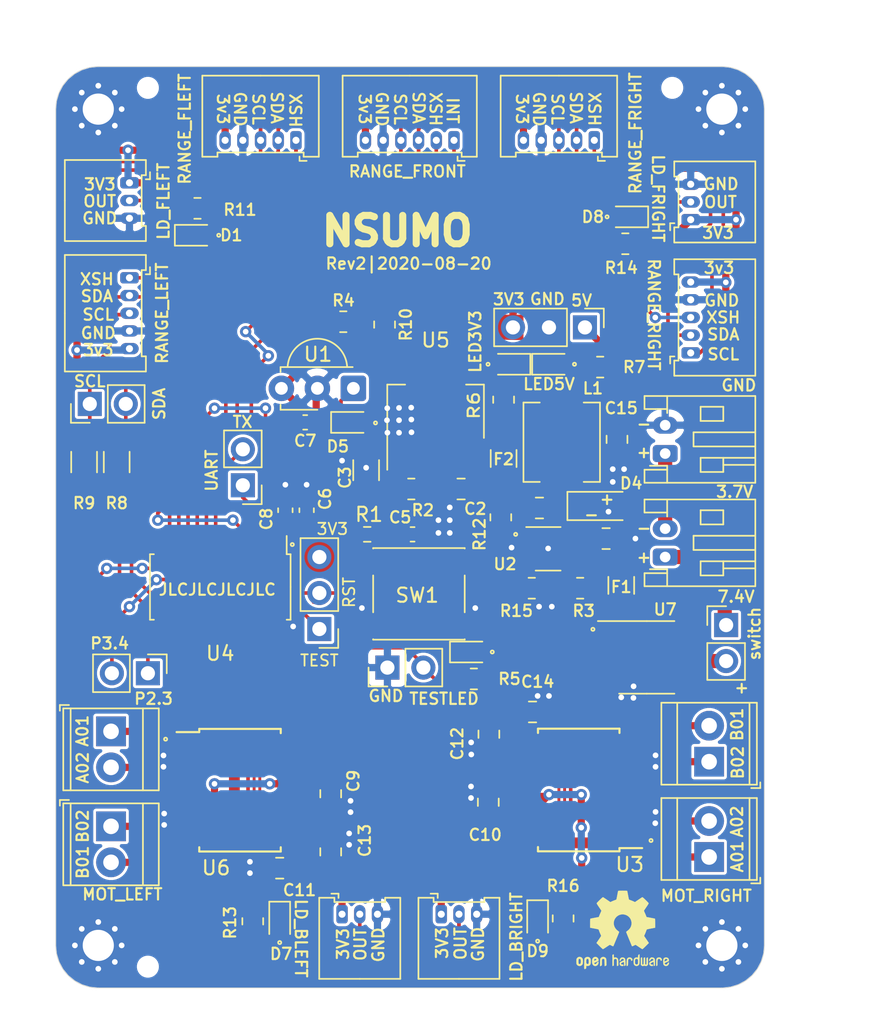
<source format=kicad_pcb>
(kicad_pcb (version 20211014) (generator pcbnew)
  (layers (0 "F.Cu" jumper) (31 "B.Cu" signal) (34 "B.Paste" user) (35 "F.Paste" user) (36 "B.SilkS" user "B.Silkscreen") (37 "F.SilkS" user "F.Silkscreen") (38 "B.Mask" user) (39 "F.Mask" user) (44 "Edge.Cuts" user))
  (net 0 "")
  (net 1 "GND")
  (net 2 "Net-(C1-Pad1)")
  (net 3 "Net-(C2-Pad1)")
  (net 4 "+5V")
  (net 5 "+3V3")
  (net 6 "RST")
  (net 7 "Net-(C7-Pad1)")
  (net 8 "+BATT")
  (net 9 "Net-(D3-Pad2)")
  (net 10 "Net-(D5-Pad2)")
  (net 11 "IR_RECEIVER")
  (net 12 "Net-(D6-Pad2)")
  (net 13 "SCL")
  (net 14 "SDA")
  (net 15 "Net-(J3-Pad1)")
  (net 16 "LD_FRONT_LEFT")
  (net 17 "LD_BACK_LEFT")
  (net 18 "LD_FRONT_RIGHT")
  (net 19 "LD_BACK_RIGHT")
  (net 20 "MOTS_RIGHT_PWM")
  (net 21 "MOTS_LEFT_PWM")
  (net 22 "Net-(C3-Pad1)")
  (net 23 "Net-(C4-Pad1)")
  (net 24 "Net-(D2-Pad2)")
  (net 25 "Net-(J3-Pad2)")
  (net 26 "Net-(C4-Pad2)")
  (net 27 "Net-(R12-Pad2)")
  (net 28 "Net-(R3-Pad2)")
  (net 29 "Net-(SW2-Pad2)")
  (net 30 "SBWTCK")
  (net 31 "XSHUT_LEFT")
  (net 32 "XSHUT_FRONT")
  (net 33 "INT_FRONT")
  (net 34 "XSHUT_FLEFT")
  (net 35 "XSHUT_FRIGHT")
  (net 36 "UNUSED_2")
  (net 37 "UNUSED_1")
  (net 38 "XSHUT_RIGHT")
  (net 39 "TEST_LED")
  (net 40 "MOTS_RIGHT_CH2")
  (net 41 "MOTS_RIGHT_CH1")
  (net 42 "MOTS_LEFT_CH2")
  (net 43 "MOTS_LEFT_CH1")
  (net 44 "UART_TX")
  (net 45 "UART_RX")
  (net 46 "MR_B01")
  (net 47 "MR_B02")
  (net 48 "MR_A02")
  (net 49 "MR_A01")
  (net 50 "ML_B01")
  (net 51 "ML_B02")
  (net 52 "ML_A02")
  (net 53 "ML_A01")
  (net 54 "Net-(D1-Pad2)")
  (net 55 "Net-(D7-Pad2)")
  (net 56 "Net-(D8-Pad2)")
  (net 57 "Net-(D9-Pad2)")
  (footprint "Capacitor_SMD:C_0603_1608Metric" (layer "F.Cu") (at 44.2 111.3 90)
    (fp_text reference "C8")
    (fp_text value "100nF")
  )
  (footprint "Capacitor_SMD:C_0805_2012Metric" (layer "F.Cu") (at 47.4 131.3 -90)
    (fp_text reference "C9")
    (fp_text value "0.1uF")
  )
  (footprint "Capacitor_SMD:C_0805_2012Metric" (layer "F.Cu") (at 43.8 136.55 180)
    (fp_text reference "C11")
    (fp_text value "0.1uF")
  )
  (footprint "Capacitor_SMD:C_0805_2012Metric" (layer "F.Cu") (at 58.56 127.1 -90)
    (fp_text reference "C12")
    (fp_text value "0.1uF")
  )
  (footprint "Capacitor_SMD:C_0805_2012Metric" (layer "F.Cu") (at 47.4 135.4 90)
    (fp_text reference "C13")
    (fp_text value "10uF")
  )
  (footprint "Capacitor_SMD:C_0805_2012Metric" (layer "F.Cu") (at 61.64 125.53)
    (fp_text reference "C14")
    (fp_text value "10uF")
  )
  (footprint "LED_SMD:LED_0603_1608Metric" (layer "F.Cu") (at 57.3 121.3)
    (fp_text reference "D6")
    (fp_text value "BLUE")
  )
  (footprint "MountingHole:MountingHole_2.2mm_M2_Pad_Via" (layer "F.Cu") (at 75 142)
    (fp_text reference "H1")
    (fp_text value "MountingHole_Pad")
  )
  (footprint "MountingHole:MountingHole_2.2mm_M2_Pad_Via" (layer "F.Cu") (at 31 142)
    (fp_text reference "H2")
    (fp_text value "MountingHole_Pad")
  )
  (footprint "MountingHole:MountingHole_2.2mm_M2_Pad_Via" (layer "F.Cu") (at 75 83)
    (fp_text reference "H3")
    (fp_text value "MountingHole_Pad")
  )
  (footprint "MountingHole:MountingHole_2.2mm_M2_Pad_Via" (layer "F.Cu") (at 31 83)
    (fp_text reference "H4")
    (fp_text value "MountingHole_Pad")
  )
  (footprint "Connector_Molex:Molex_PicoBlade_53048-0510_1x05_P1.25mm_Horizontal" (layer "F.Cu") (at 33.2 94.9 -90)
    (fp_text reference "J1")
    (fp_text value "Range_sensor_left")
  )
  (footprint "Connector_Molex:Molex_PicoBlade_53048-0510_1x05_P1.25mm_Horizontal" (layer "F.Cu") (at 44.95 85.2 180)
    (fp_text reference "J4")
    (fp_text value "Range_sensor_front_left")
  )
  (footprint "Connector_JST:JST_PH_S2B-PH-K_1x02_P2.00mm_Horizontal" (layer "F.Cu") (at 71 107.3 90)
    (fp_text reference "J5")
    (fp_text value "BattConn0")
  )
  (footprint "Connector_Molex:Molex_PicoBlade_53048-0510_1x05_P1.25mm_Horizontal" (layer "F.Cu") (at 66 85.2 180)
    (fp_text reference "J7")
    (fp_text value "Range_sensor_front_right")
  )
  (footprint "Connector_Molex:Molex_PicoBlade_53048-0510_1x05_P1.25mm_Horizontal" (layer "F.Cu") (at 72.8 100.2 90)
    (fp_text reference "J9")
    (fp_text value "Range_sensor_right")
  )
  (footprint "Connector_PinHeader_2.54mm:PinHeader_1x02_P2.54mm_Vertical" (layer "F.Cu") (at 41.2 109.54 180)
    (fp_text reference "J10")
    (fp_text value "UART")
  )
  (footprint "Custom_Connectors:Molex_PicoBlade_53048-0310_1x03_P1.25mm_Horizontal" (layer "F.Cu") (at 33.2 88.2 -90)
    (fp_text reference "J19")
    (fp_text value "Ld_front_left")
  )
  (footprint "Resistor_SMD:R_0603_1608Metric" (layer "F.Cu") (at 49.975 113 180)
    (fp_text reference "R1")
    (fp_text value "47k")
  )
  (footprint "Custom_SSOP:SSOP-24_5.3x8.2mm_P0.65mm_LongPads" (layer "F.Cu") (at 64.9 131.036 180)
    (fp_text reference "U3")
    (fp_text value "TB6612FNG")
  )
  (footprint "Package_SO:TSSOP-28_4.4x9.7mm_P0.65mm" (layer "F.Cu") (at 39.608 116.713 -90)
    (fp_text reference "U4")
    (fp_text value "MSP430G2553IPW28")
  )
  (footprint "Custom_SSOP:SSOP-24_5.3x8.2mm_P0.65mm_LongPads" (layer "F.Cu") (at 41 131.051)
    (fp_text reference "U6")
    (fp_text value "TB6612FNG")
  )
  (footprint "Custom_Connectors:TerminalBlock_TE_282834-2_1x02_P2.54mm_Horizont" (layer "F.Cu") (at 74.1 135.763 90)
    (fp_text reference "J15")
    (fp_text value "MOT_BACK_RIGHT")
  )
  (footprint "LED_SMD:LED_0603_1608Metric" (layer "F.Cu") (at 63.1 101)
    (fp_text reference "D3")
    (fp_text value "YELLOW")
  )
  (footprint "Capacitor_SMD:C_0805_2012Metric" (layer "F.Cu") (at 58.52 131.9 90)
    (fp_text reference "C10")
    (fp_text value "0.1uF")
  )
  (footprint "Custom_Connectors:Molex_PicoBlade_53048-0310_1x03_P1.25mm_Horizontal" (layer "F.Cu") (at 55.2 139.8)
    (fp_text reference "J22")
    (fp_text value "Ld_back_right")
  )
  (footprint "Custom_Connectors:Molex_PicoBlade_53048-0310_1x03_P1.25mm_Horizontal" (layer "F.Cu") (at 72.8 90.8 90)
    (fp_text reference "J21")
    (fp_text value "Ld_front_right")
  )
  (footprint "OptoDevice:Vishay_MINICAST-3Pin" (layer "F.Cu") (at 49 102.7 180)
    (fp_text reference "U1")
    (fp_text value "TSOP382xx")
  )
  (footprint "LED_SMD:LED_0603_1608Metric" (layer "F.Cu") (at 48.9125 105.1)
    (fp_text reference "D5")
    (fp_text value "RED")
  )
  (footprint "Capacitor_SMD:C_0603_1608Metric" (layer "F.Cu") (at 45.6 105.1)
    (fp_text reference "C7")
    (fp_text value "1uF")
  )
  (footprint "Connector_JST:JST_PH_S2B-PH-K_1x02_P2.00mm_Horizontal" (layer "F.Cu") (at 71 114.6 90)
    (fp_text reference "J3")
    (fp_text value "BattConn1")
  )
  (footprint "Capacitor_SMD:C_0603_1608Metric" (layer "F.Cu") (at 53.175 113)
    (fp_text reference "C5")
    (fp_text value "1nF")
  )
  (footprint "Capacitor_SMD:C_0603_1608Metric" (layer "F.Cu") (at 45.7 111.3 90)
    (fp_text reference "C6")
    (fp_text value "10uF")
  )
  (footprint "Custom_Connectors:TerminalBlock_TE_282834-2_1x02_P2.54mm_Horizont" (layer "F.Cu") (at 74.1 129.04 90)
    (fp_text reference "J14")
    (fp_text value "MOT_FRONT_RIGHT")
  )
  (footprint "Capacitor_SMD:C_0805_2012Metric" (layer "F.Cu") (at 56.6 109.8 180)
    (fp_text reference "C2")
    (fp_text value "1uF")
  )
  (footprint "Capacitor_SMD:C_1206_3216Metric" (layer "F.Cu") (at 49.9 108.475 90)
    (fp_text reference "C3")
    (fp_text value "47uF")
  )
  (footprint "LED_SMD:LED_0603_1608Metric" (layer "F.Cu") (at 60 101 180)
    (fp_text reference "D2")
    (fp_text value "GREEN")
  )
  (footprint "Connector_Molex:Molex_PicoBlade_53048-0610_1x06_P1.25mm_Horizontal" (layer "F.Cu") (at 56.1 85.2 180)
    (fp_text reference "J2")
    (fp_text value "Range_sensor_front")
  )
  (footprint "Connector_PinHeader_2.54mm:PinHeader_1x02_P2.54mm_Vertical" (layer "F.Cu") (at 30.4 103.8 90)
    (fp_text reference "J6")
    (fp_text value "I2C")
  )
  (footprint "Resistor_SMD:R_0805_2012Metric" (layer "F.Cu") (at 53.0875 109.8 180)
    (fp_text reference "R2")
    (fp_text value "1")
  )
  (footprint "Resistor_SMD:R_0805_2012Metric" (layer "F.Cu") (at 59.6 103.5 90)
    (fp_text reference "R6")
    (fp_text value "1k")
  )
  (footprint "Resistor_SMD:R_0805_2012Metric" (layer "F.Cu") (at 66.4125 101.2 180)
    (fp_text reference "R7")
    (fp_text value "1k")
  )
  (footprint "Resistor_SMD:R_1206_3216Metric" (layer "F.Cu") (at 32.3 107.9 90)
    (fp_text reference "R8")
    (fp_text value "10k")
  )
  (footprint "Resistor_SMD:R_1206_3216Metric" (layer "F.Cu") (at 30 107.9 90)
    (fp_text reference "R9")
    (fp_text value "10k")
  )
  (footprint "Resistor_SMD:R_0805_2012Metric" (layer "F.Cu") (at 51.2 98.2 -90)
    (fp_text reference "R10")
    (fp_text value "100")
  )
  (footprint "Package_TO_SOT_SMD:SOT-223-3_TabPin2" (layer "F.Cu") (at 54.8 104.345 90)
    (fp_text reference "U5")
    (fp_text value "AMS1117-3.3")
  )
  (footprint "Capacitor_SMD:C_0805_2012Metric" (layer "F.Cu") (at 66.831 113.3)
    (fp_text reference "C1")
    (fp_text value "10uF")
  )
  (footprint "Capacitor_SMD:C_0805_2012Metric" (layer "F.Cu") (at 62.127 111.141)
    (fp_text reference "C4")
    (fp_text value "10nF")
  )
  (footprint "Diode_SMD:D_SOD-123" (layer "F.Cu") (at 66.35 111)
    (fp_text reference "D4")
    (fp_text value "B5819W")
  )
  (footprint "Fuse:Fuse_1206_3216Metric" (layer "F.Cu") (at 59.6 107.65 90)
    (fp_text reference "F2")
    (fp_text value "750mA")
  )
  (footprint "Inductor_SMD:L_Sunlord_MWSA0518_5.4x5.2mm" (layer "F.Cu") (at 63.7 106.5 90)
    (fp_text reference "L1")
    (fp_text value "10uH")
  )
  (footprint "Resistor_SMD:R_0805_2012Metric" (layer "F.Cu") (at 65 116.8 180)
    (fp_text reference "R3")
    (fp_text value "100k")
  )
  (footprint "Resistor_SMD:R_0805_2012Metric" (layer "F.Cu") (at 59.4 111.8 -90)
    (fp_text reference "R12")
    (fp_text value "49.9k")
  )
  (footprint "Resistor_SMD:R_0805_2012Metric" (layer "F.Cu") (at 61.5875 116.8)
    (fp_text reference "R15")
    (fp_text value "9.53k")
  )
  (footprint "Package_TO_SOT_SMD:TSOT-23-6" (layer "F.Cu") (at 62.741 113.996)
    (fp_text reference "U2")
    (fp_text value "MP2359")
  )
  (footprint "Button_Switch_SMD:SW_Push_1P1T_NO_6x6mm_H9.5mm" (layer "F.Cu") (at 53.625 117.2 180)
    (fp_text reference "SW1")
    (fp_text value "SW_DPST_x2")
  )
  (footprint "Connector_PinHeader_2.54mm:PinHeader_1x02_P2.54mm_Vertical" (layer "F.Cu") (at 75.3 119.4)
    (fp_text reference "SW2")
    (fp_text value "SW_SPST")
  )
  (footprint "Fuse:Fuse_1206_3216Metric" (layer "F.Cu") (at 67.9 116.6 90)
    (fp_text reference "F1")
    (fp_text value "750mA")
  )
  (footprint "Custom_Connectors:Molex_PicoBlade_53048-0310_1x03_P1.25mm_Horizontal" (layer "F.Cu") (at 48.2 139.8)
    (fp_text reference "J20")
    (fp_text value "Ld_back_left")
  )
  (footprint "Connector_PinHeader_2.54mm:PinHeader_1x03_P2.54mm_Vertical" (layer "F.Cu") (at 46.6 119.68 180)
    (fp_text reference "J11")
    (fp_text value "SWD")
  )
  (footprint "Connector_PinHeader_2.54mm:PinHeader_1x02_P2.54mm_Vertical" (layer "F.Cu") (at 51.4 122.4 90)
    (fp_text reference "J12")
    (fp_text value "LED")
  )
  (footprint "Resistor_SMD:R_0805_2012Metric" (layer "F.Cu") (at 57.5 123.2)
    (fp_text reference "R5")
    (fp_text value "470")
  )
  (footprint "Custom_Drillholes:DrillHoleJLC_1.152_1.3" (layer "F.Cu") (at 34.5 81.5)
    (fp_text reference "REF**" hide)
    (fp_text value "DrillHoleJLC_1.152_1.3")
  )
  (footprint "Custom_Drillholes:DrillHoleJLC_1.152_1.3" (layer "F.Cu") (at 71.5 81.5)
    (fp_text reference "REF**" hide)
    (fp_text value "DrillHoleJLC_1.152_1.3")
  )
  (footprint "Custom_Drillholes:DrillHoleJLC_1.152_1.3" (layer "F.Cu") (at 34.5 143.5)
    (fp_text reference "REF**" hide)
    (fp_text value "DrillHoleJLC_1.152_1.3")
  )
  (footprint "Capacitor_SMD:C_0805_2012Metric" (layer "F.Cu") (at 67.6 106.3 -90)
    (fp_text reference "C15")
    (fp_text value "22uF")
  )
  (footprint "Connector_PinHeader_2.54mm:PinHeader_1x03_P2.54mm_Vertical" (layer "F.Cu") (at 65.34 98.4 -90)
    (fp_text reference "J13")
    (fp_text value "PWR")
  )
  (footprint "Resistor_SMD:R_0805_2012Metric" (layer "F.Cu") (at 48.2875 98)
    (fp_text reference "R4")
    (fp_text value "470")
  )
  (footprint "Symbol:OSHW-Logo2_7.3x6mm_SilkScreen" (layer "F.Cu") (at 68 140.9)
    (fp_text reference "REF**" hide)
    (fp_text value "OSHW-Logo2_7.3x6mm_SilkScreen" hide)
  )
  (footprint "Connector_PinHeader_2.54mm:PinHeader_1x02_P2.54mm_Vertical" (layer "F.Cu") (at 34.5 122.8 -90)
    (fp_text reference "J8")
    (fp_text value "UNUSED")
  )
  (footprint "Package_SO:SOP-8_3.9x4.9mm_P1.27mm" (layer "F.Cu") (at 69.7 121.68)
    (fp_text reference "U7")
    (fp_text value "RS3E075AT")
  )
  (footprint "Custom_Connectors:TerminalBlock_TE_282834-2_1x02_P2.54mm_Horizont" (layer "F.Cu") (at 31.9 133.6 -90)
    (fp_text reference "J16")
    (fp_text value "MOT_FRONT_LEFT")
  )
  (footprint "Custom_Connectors:TerminalBlock_TE_282834-2_1x02_P2.54mm_Horizont" (layer "F.Cu") (at 31.9 126.9 -90)
    (fp_text reference "J17")
    (fp_text value "MOT_BACK_LEFT")
  )
  (footprint "LED_SMD:LED_0603_1608Metric" (layer "F.Cu") (at 37.8875 91.9)
    (fp_text reference "D1")
    (fp_text value "RED")
  )
  (footprint "LED_SMD:LED_0603_1608Metric" (layer "F.Cu") (at 43.8 140.4 -90)
    (fp_text reference "D7")
    (fp_text value "RED")
  )
  (footprint "LED_SMD:LED_0603_1608Metric" (layer "F.Cu") (at 68.3125 90.6 180)
    (fp_text reference "D8")
    (fp_text value "RED")
  )
  (footprint "LED_SMD:LED_0603_1608Metric" (layer "F.Cu") (at 62 140.3 -90)
    (fp_text reference "D9")
    (fp_text value "RED")
  )
  (footprint "Resistor_SMD:R_0805_2012Metric" (layer "F.Cu") (at 38 90)
    (fp_text reference "R11")
    (fp_text value "100")
  )
  (footprint "Resistor_SMD:R_0805_2012Metric" (layer "F.Cu") (at 41.9 140.3 -90)
    (fp_text reference "R13")
    (fp_text value "100")
  )
  (footprint "Resistor_SMD:R_0805_2012Metric" (layer "F.Cu") (at 68.1875 92.5 180)
    (fp_text reference "R14")
    (fp_text value "100")
  )
  (footprint "Resistor_SMD:R_0805_2012Metric" (layer "F.Cu") (at 63.8 140.1 -90)
    (fp_text reference "R16")
    (fp_text value "100")
  )
  (gr_circle (center 44.69 113.72) (end 44.69 113.67) (layer "F.SilkS") (width 0.12) (fill none))
  (gr_circle (center 65.9 119.7) (end 65.9 119.65) (layer "F.SilkS") (width 0.12) (fill none))
  (gr_circle (center 70 134.6) (end 70 134.55) (layer "F.SilkS") (width 0.12) (fill none))
  (gr_circle (center 35.75 127.45) (end 35.75 127.4) (layer "F.SilkS") (width 0.12) (fill none))
  (gr_circle (center 60.45 113) (end 60.45 112.95) (layer "F.SilkS") (width 0.12) (fill none))
  (gr_circle (center 50.56 105.14) (end 50.56 105.09) (layer "F.SilkS") (width 0.12) (fill none))
  (gr_circle (center 58.8 121.3) (end 58.8 121.25) (layer "F.SilkS") (width 0.12) (fill none))
  (gr_circle (center 58.5 101) (end 58.5 100.95) (layer "F.SilkS") (width 0.12) (fill none))
  (gr_circle (center 64.6 101) (end 64.6 100.95) (layer "F.SilkS") (width 0.12) (fill none))
  (gr_circle (center 39.5 91.9) (end 39.5 91.85) (layer "F.SilkS") (width 0.12) (fill none))
  (gr_circle (center 66.9 90.6) (end 66.9 90.55) (layer "F.SilkS") (width 0.12) (fill none))
  (gr_circle (center 62 141.7) (end 62 141.65) (layer "F.SilkS") (width 0.12) (fill none))
  (gr_circle (center 43.8 141.8) (end 43.8 141.75) (layer "F.SilkS") (width 0.12) (fill none))
  (gr_line (start 31 145) (end 75 145) (layer "Edge.Cuts") (width 0.05))
  (gr_arc (start 28 83) (mid 28.87868 80.87868) (end 31 80) (layer "Edge.Cuts") (width 0.05))
  (gr_arc (start 75 80) (mid 77.12132 80.87868) (end 78 83) (layer "Edge.Cuts") (width 0.05))
  (gr_line (start 28 83) (end 28 142) (layer "Edge.Cuts") (width 0.05))
  (gr_line (start 75 80) (end 31 80) (layer "Edge.Cuts") (width 0.05))
  (gr_arc (start 78 142) (mid 77.12132 144.12132) (end 75 145) (layer "Edge.Cuts") (width 0.05))
  (gr_line (start 78 142) (end 78 83) (layer "Edge.Cuts") (width 0.05))
  (gr_arc (start 31 145) (mid 28.87868 144.12132) (end 28 142) (layer "Edge.Cuts") (width 0.05))
  (gr_text "P3.4" (at 31.8 120.7) (layer "F.SilkS") (effects (font (size 0.8 0.8))))
  (gr_text "SDA" (at 35.3 103.8 90) (layer "F.SilkS") (effects (font (size 0.8 0.8))))
  (gr_text "SCL" (at 30.4 102.2) (layer "F.SilkS") (effects (font (size 0.8 0.8))))
  (gr_text "RANGE_LEFT" (at 35.5 97.4 90) (layer "F.SilkS") (effects (font (size 0.8 0.8))))
  (gr_text "LD_FLEFT" (at 35.6 89.5 90) (layer "F.SilkS") (effects (font (size 0.8 0.8))))
  (gr_text "RANGE_FLEFT" (at 37.1 84.4 90) (layer "F.SilkS") (effects (font (size 0.8 0.8))))
  (gr_text "RANGE_FRONT" (at 52.8 87.4) (layer "F.SilkS") (effects (font (size 0.8 0.8))))
  (gr_text "RANGE_FRIGHT" (at 68.9 84.7 90) (layer "F.SilkS") (effects (font (size 0.8 0.8))))
  (gr_text "LD_FRIGHT" (at 70.5 89.3 -90) (layer "F.SilkS") (effects (font (size 0.8 0.8))))
  (gr_text "GND" (at 31.1 90.7) (layer "F.SilkS") (effects (font (size 0.8 0.8))))
  (gr_text "OUT" (at 31.1 89.5) (layer "F.SilkS") (effects (font (size 0.8 0.8))))
  (gr_text "3V3" (at 31.11 88.31) (layer "F.SilkS") (effects (font (size 0.8 0.8))))
  (gr_text "XSH" (at 30.9 95) (layer "F.SilkS") (effects (font (size 0.8 0.8))))
  (gr_text "SDA" (at 30.9 96.2) (layer "F.SilkS") (effects (font (size 0.8 0.8))))
  (gr_text "SCL" (at 31 97.5) (layer "F.SilkS") (effects (font (size 0.8 0.8))))
  (gr_text "GND" (at 31 98.8) (layer "F.SilkS") (effects (font (size 0.8 0.8))))
  (gr_text "3v3" (at 31 100) (layer "F.SilkS") (effects (font (size 0.8 0.8))))
  (gr_text "GND" (at 41 83 270) (layer "F.SilkS") (effects (font (size 0.8 0.8))))
  (gr_text "3v3" (at 39.8 83 270) (layer "F.SilkS") (effects (font (size 0.8 0.8))))
  (gr_text "SDA" (at 43.6 82.9 270) (layer "F.SilkS") (effects (font (size 0.8 0.8))))
  (gr_text "SCL" (at 42.3 83 270) (layer "F.SilkS") (effects (font (size 0.8 0.8))))
  (gr_text "XSH" (at 44.9 83.1 -90) (layer "F.SilkS") (effects (font (size 0.8 0.8))))
  (gr_text "SCL" (at 63.4 83 270) (layer "F.SilkS") (effects (font (size 0.8 0.8))))
  (gr_text "SDA" (at 64.7 82.9 270) (layer "F.SilkS") (effects (font (size 0.8 0.8))))
  (gr_text "GND" (at 62.1 83 270) (layer "F.SilkS") (effects (font (size 0.8 0.8))))
  (gr_text "3v3" (at 60.9 83 270) (layer "F.SilkS") (effects (font (size 0.8 0.8))))
  (gr_text "XSH" (at 66 83 -90) (layer "F.SilkS") (effects (font (size 0.8 0.8))))
  (gr_text "SDA" (at 75.1 98.9) (layer "F.SilkS") (effects (font (size 0.8 0.8))))
  (gr_text "GND" (at 75 96.5) (layer "F.SilkS") (effects (font (size 0.8 0.8))))
  (gr_text "XSH" (at 75.1 97.7) (layer "F.SilkS") (effects (font (size 0.8 0.8))))
  (gr_text "SCL" (at 75.1 100.3) (layer "F.SilkS") (effects (font (size 0.8 0.8))))
  (gr_text "3v3" (at 74.8 94.2) (layer "F.SilkS") (effects (font (size 0.8 0.8))))
  (gr_text "GND" (at 74.95 88.29) (layer "F.SilkS") (effects (font (size 0.8 0.8))))
  (gr_text "3V3" (at 74.73 91.73) (layer "F.SilkS") (effects (font (size 0.8 0.8))))
  (gr_text "OUT" (at 74.9 89.56) (layer "F.SilkS") (effects (font (size 0.8 0.8))))
  (gr_text "SCL" (at 52.3 83 270) (layer "F.SilkS") (effects (font (size 0.8 0.8))))
  (gr_text "SDA" (at 53.6 82.9 270) (layer "F.SilkS") (effects (font (size 0.8 0.8))))
  (gr_text "GND" (at 51 83 270) (layer "F.SilkS") (effects (font (size 0.8 0.8))))
  (gr_text "3v3" (at 49.8 83 270) (layer "F.SilkS") (effects (font (size 0.8 0.8))))
  (gr_text "XSH" (at 54.8 83 -90) (layer "F.SilkS") (effects (font (size 0.8 0.8))))
  (gr_text "INT" (at 56 83.1 270) (layer "F.SilkS") (effects (font (size 0.8 0.8))))
  (gr_text "GND" (at 57.79 141.92 90) (layer "F.SilkS") (effects (font (size 0.8 0.8))))
  (gr_text "3V3" (at 55.26 141.83 90) (layer "F.SilkS") (effects (font (size 0.8 0.8))))
  (gr_text "OUT" (at 56.56 141.87 90) (layer "F.SilkS") (effects (font (size 0.8 0.8))))
  (gr_text "GND" (at 50.76 141.96 90) (layer "F.SilkS") (effects (font (size 0.8 0.8))))
  (gr_text "3V3" (at 48.27 141.9 90) (layer "F.SilkS") (effects (font (size 0.8 0.8))))
  (gr_text "OUT" (at 49.49 141.93 90) (layer "F.SilkS") (effects (font (size 0.8 0.8))))
  (gr_text "LD_BRIGHT" (at 60.5 141.4 90) (layer "F.SilkS") (effects (font (size 0.8 0.8))))
  (gr_text "LD_BLEFT" (at 45.3 141.5 -90) (layer "F.SilkS") (effects (font (size 0.8 0.8))))
  (gr_text "GND" (at 76.2 102.489) (layer "F.SilkS") (effects (font (size 0.8 0.8))))
  (gr_text "+" (at 69.5 107.2) (layer "F.SilkS") (effects (font (size 0.8 0.8))))
  (gr_text "+" (at 69.5 114.6) (layer "F.SilkS") (effects (font (size 0.8 0.8))))
  (gr_text "switch" (at 77.3 120 90) (layer "F.SilkS") (effects (font (size 0.8 0.8))))
  (gr_text "3V3" (at 59.97 96.42) (layer "F.SilkS") (effects (font (size 0.8 0.8))))
  (gr_text "5V" (at 65.1 96.5) (layer "F.SilkS") (effects (font (size 0.8 0.8))))
  (gr_text "LED3V3" (at 57.6 99.4 90) (layer "F.SilkS") (effects (font (size 0.8 0.8))))
  (gr_text "LED5V" (at 62.8 102.4) (layer "F.SilkS") (effects (font (size 0.8 0.8))))
  (gr_text "RST" (at 48.7 117.1 90) (layer "F.SilkS") (effects (font (size 0.8 0.8) (thickness 0.125))))
  (gr_text "3V3" (at 47.52 112.62) (layer "F.SilkS") (effects (font (size 0.8 0.8) (thickness 0.125))))
  (gr_text "TESTLED" (at 55.4 124.6) (layer "F.SilkS") (effects (font (size 0.8 0.8))))
  (gr_text "GND" (at 51.3 124.4) (layer "F.SilkS") (effects (font (size 0.8 0.8))))
  (gr_text "TEST" (at 46.6 121.9) (layer "F.SilkS") (effects (font (size 0.8 0.8) (thickness 0.125))))
  (gr_text "MOT_LEFT" (at 32.7 138.4) (layer "F.SilkS") (effects (font (size 0.8 0.8))))
  (gr_text "+" (at 76.4 123.8) (layer "F.SilkS") (effects (font (size 0.8 0.8))))
  (gr_text "MOT_RIGHT" (at 73.9 138.5) (layer "F.SilkS") (effects (font (size 0.8 0.8))))
  (gr_text "Rev2|2020-08-20" (at 52.9 93.9) (layer "F.SilkS") (effects (font (size 0.8 0.8))))
  (gr_text "JLCJLCJLCJLC" (at 39.4 116.9) (layer "F.SilkS") (effects (font (size 0.8 0.8))))
  (gr_text "UART" (at 39 108.5 90) (layer "F.SilkS") (effects (font (size 0.8 0.8))))
  (gr_text "-" (at 69.5 105.2) (layer "F.SilkS") (effects (font (size 0.8 0.8))))
  (gr_text "-" (at 69.5 112.55) (layer "F.SilkS") (effects (font (size 0.8 0.8))))
  (gr_text "+" (at 66.9 110.5) (layer "F.SilkS") (effects (font (size 0.8 0.8))))
  (gr_text "-" (at 65.8 111.6) (layer "F.SilkS") (effects (font (size 0.8 0.8))))
  (gr_text "3.7V" (at 75.9 110) (layer "F.SilkS") (effects (font (size 0.8 0.8))))
  (gr_text "7.4V" (at 76 117.4) (layer "F.SilkS") (effects (font (size 0.8 0.8))))
  (gr_text "NSUMO" (at 52.1 91.6) (layer "F.SilkS") (effects (font (size 2 2) (thickness 0.5))))
  (gr_text "B01" (at 76.08 126.41 90) (layer "F.SilkS") (effects (font (size 0.8 0.8))))
  (gr_text "GND" (at 62.69 96.4) (layer "F.SilkS") (effects (font (size 0.8 0.8))))
  (gr_text "A01" (at 29.88 126.86 90) (layer "F.SilkS") (effects (font (size 0.8 0.8))))
  (gr_text "A02" (at 29.9 129.46 90) (layer "F.SilkS") (effects (font (size 0.8 0.8))))
  (gr_text "B02" (at 29.9 133.59 90) (layer "F.SilkS") (effects (font (size 0.8 0.8))))
  (gr_text "A02" (at 76.07 133.26 90) (layer "F.SilkS") (effects (font (size 0.8 0.8))))
  (gr_text "TX" (at 41.18 105.07) (layer "F.SilkS") (effects (font (size 0.8 0.8))))
  (gr_text "RANGE_RIGHT" (at 70.2 97.5 -90) (layer "F.SilkS") (effects (font (size 0.8 0.8))))
  (gr_text "B01" (at 29.9 136.14 90) (layer "F.SilkS") (effects (font (size 0.8 0.8))))
  (gr_text "P2.3" (at 34.9 124.6) (layer "F.SilkS") (effects (font (size 0.8 0.8))))
  (gr_text "B02" (at 76.12 129.1 90) (layer "F.SilkS") (effects (font (size 0.8 0.8))))
  (gr_text "A01" (at 76.09 135.73 90) (layer "F.SilkS") (effects (font (size 0.8 0.8))))
  (segment (start 67.4 108.4) (end 67.4 107.075) (width 0.508) (layer "F.Cu") (net 1))
  (segment (start 67.9 109.4) (end 67.4 108.9) (width 0.508) (layer "F.Cu") (net 1))
  (segment (start 35.624 132.676) (end 35.6 132.7) (width 0.3556) (layer "F.Cu") (net 1))
  (segment (start 60.975 101) (end 62.6125 101) (width 0.508) (layer "F.Cu") (net 1))
  (segment (start 62.741 116.559) (end 62.5 116.8) (width 0.508) (layer "F.Cu") (net 1))
  (segment (start 51.9 104.7) (end 51.9 105.8) (width 0.762) (layer "F.Cu") (net 1))
  (segment (start 68 109.5) (end 67.9 109.4) (width 0.508) (layer "F.Cu") (net 1))
  (segment (start 46.375 105) (end 46.375 102.785) (width 0.508) (layer "F.Cu") (net 1))
  (segment (start 44.6745 119.5755) (end 44.75 119.5) (width 0.254) (layer "F.Cu") (net 1))
  (segment (start 62.6125 101) (end 62.6125 100.7125) (width 0.508) (layer "F.Cu") (net 1))
  (segment (start 57.6 119.5) (end 56.5125 120.5875) (width 0.254) (layer "F.Cu") (net 1))
  (segment (start 62.741 113.996) (end 61.431 113.996) (width 0.762) (layer "F.Cu") (net 1))
  (segment (start 61.4375 100.5375) (end 60.975 101) (width 0.508) (layer "F.Cu") (net 1))
  (segment (start 61.7375 100.2375) (end 61.4375 100.5375) (width 0.508) (layer "F.Cu") (net 1))
  (segment (start 50.705 107.495) (end 49.9 108.3) (width 0.762) (layer "F.Cu") (net 1))
  (segment (start 53.1 105.8) (end 53.1 106.895) (width 0.762) (layer "F.Cu") (net 1))
  (segment (start 67.4 108.9) (end 67.4 108.4) (width 0.508) (layer "F.Cu") (net 1))
  (segment (start 52.28 104.06) (end 52.22 104) (width 0.2) (layer "F.Cu") (net 1))
  (segment (start 53.1 105.8) (end 51.9 105.8) (width 0.762) (layer "F.Cu") (net 1))
  (segment (start 68 111) (end 67.6 111.4) (width 0.508) (layer "F.Cu") (net 1))
  (segment (start 44.2 110.6) (end 44.2 109.5) (width 0.508) (layer "F.Cu") (net 1))
  (segment (start 67.781 113.346) (end 68.854 113.346) (width 0.508) (layer "F.Cu") (net 1))
  (segment (start 62.6125 100.7125) (end 61.9375 100.0375) (width 0.508) (layer "F.Cu") (net 1))
  (segment (start 68.6696 132.661) (end 69.061 132.661) (width 0.3556) (layer "F.Cu") (net 1))
  (segment (start 62.8 99.175) (end 61.9375 100.0375) (width 0.508) (layer "F.Cu") (net 1))
  (segment (start 48.7 108.3) (end 48.2 107.8) (width 0.762) (layer "F.Cu") (net 1))
  (segment (start 53.1 104.7) (end 53.1 105.8) (width 0.762) (layer "F.Cu") (net 1))
  (segment (start 62.5125 100.2125) (end 62.5125 98.5875) (width 0.508) (layer "F.Cu") (net 1))
  (segment (start 52.22 104.95) (end 51.37 104.95) (width 0.25) (layer "F.Cu") (net 1))
  (segment (start 53.09 104.95) (end 53.09 104.07) (width 0.25) (layer "F.Cu") (net 1))
  (segment (start 52.5 107.495) (end 50.705 107.495) (width 0.762) (layer "F.Cu") (net 1))
  (segment (start 68.77 124.53) (end 68.76 124.54) (width 0.25) (layer "F.Cu") (net 1))
  (segment (start 37.148 132.676) (end 37.148 133.326) (width 0.254) (layer "F.Cu") (net 1))
  (segment (start 62.741 113.996) (end 62.741 116.559) (width 0.508) (layer "F.Cu") (net 1))
  (segment (start 51.911158 108) (end 52.458079 107.453079) (width 0.508) (layer "F.Cu") (net 1))
  (segment (start 62.8 98.4) (end 62.8 99.175) (width 0.508) (layer "F.Cu") (net 1))
  (segment (start 67.781 111.219) (end 68 111) (width 0.254) (layer "F.Cu") (net 1))
  (segment (start 60.222 113.996) (end 61.431 113.996) (width 0.762) (layer "F.Cu") (net 1))
  (segment (start 52.005 107) (end 52.5 107.495) (width 0.762) (layer "F.Cu") (net 1))
  (segment (start 52.5 107.495) (end 52.5 106.9) (width 0.508) (layer "F.Cu") (net 1))
  (segment (start 49.1 107.8) (end 49.9 107) (width 0.762) (layer "F.Cu") (net 1))
  (segment (start 52.5 107.495) (end 52.5 106.4) (width 0.762) (layer "F.Cu") (net 1))
  (segment (start 68.635 123.585) (end 68.77 123.72) (width 0.25) (layer "F.Cu") (net 1))
  (segment (start 51.9 105.8) (end 52 105.8) (width 0.762) (layer "F.Cu") (net 1))
  (segment (start 62.581 125.702) (end 62.581 125.381) (width 0.508) (layer "F.Cu") (net 1))
  (segment (start 53.08 104.06) (end 52.28 104.06) (width 0.2) (layer "F.Cu") (net 1))
  (segment (start 53.1 106.895) (end 52.5 107.495) (width 0.762) (layer "F.Cu") (net 1))
  (segment (start 52.5 106.4) (end 51.9 105.8) (width 0.762) (layer "F.Cu") (net 1))
  (segment (start 61.1 100.925) (end 60.975 100.8) (width 0.508) (layer "F.Cu") (net 1))
  (segment (start 67.6 111.4) (end 67 111.4) (width 0.508) (layer "F.Cu") (net 1))
  (segment (start 56.5125 120.5875) (end 56.5125 121.3) (width 0.254) (layer "F.Cu") (net 1))
  (segment (start 45.7 110.625) (end 45.7 109.4) (width 0.508) (layer "F.Cu") (net 1))
  (segment (start 68 111) (end 68 109.5) (width 0.508) (layer "F.Cu") (net 1))
  (segment (start 61.431 113.996) (end 62.836998 113.996) (width 0.254) (layer "F.Cu") (net 1))
  (segment (start 51.9 106.895) (end 52.5 107.495) (width 0.762) (layer "F.Cu") (net 1))
  (segment (start 68.854 113.346) (end 68.9 113.3) (width 0.508) (layer "F.Cu") (net 1))
  (segment (start 67.94 124.54) (end 67.9 124.5) (width 0.25) (layer "F.Cu") (net 1))
  (segment (start 57.6 119.45) (end 57.6 118.2) (width 0.508) (layer "F.Cu") (net 1))
  (segment (start 46.375 102.785) (end 46.46 102.7) (width 0.508) (layer "F.Cu") (net 1))
  (segment (start 59.089 130.711) (end 58.9 130.9) (width 0.3556) (layer "F.Cu") (net 1))
  (segment (start 61.9375 100.0375) (end 61.7375 100.2375) (width 0.508) (layer "F.Cu") (net 1))
  (segment (start 49.65 118.05) (end 49.6 118) (width 0.254) (layer "F.Cu") (net 1))
  (segment (start 60.975 101) (end 61.725 101) (width 0.508) (layer "F.Cu") (net 1))
  (segment (start 51.9 105.8) (end 51.9 106.895) (width 0.762) (layer "F.Cu") (net 1))
  (segment (start 52.5 106.4) (end 53.1 105.8) (width 0.762) (layer "F.Cu") (net 1))
  (segment (start 44.75 119.5) (end 43.91251 119.5) (width 0.508) (layer "F.Cu") (net 1))
  (segment (start 53.85 113.1) (end 53.95 113) (width 0.508) (layer "F.Cu") (net 1))
  (segment (start 53.9 113.05) (end 53.95 113) (width 0.508) (layer "F.Cu") (net 1))
  (segment (start 49.9 108.3) (end 49.9 107) (width 0.762) (layer "F.Cu") (net 1))
  (segment (start 62.6125 101) (end 62.5 101) (width 0.508) (layer "F.Cu") (net 1))
  (segment (start 48.2 107.8) (end 49.1 107.8) (width 0.762) (layer "F.Cu") (net 1))
  (segment (start 61.9 101) (end 61.4375 100.5375) (width 0.508) (layer "F.Cu") (net 1))
  (segment (start 43.833 119.5755) (end 44.6745 119.5755) (width 0.254) (layer "F.Cu") (net 1))
  (segment (start 61.725 101) (end 62.5125 100.2125) (width 0.508) (layer "F.Cu") (net 1))
  (segment (start 62.5 101) (end 61.7375 100.2375) (width 0.508) (layer "F.Cu") (net 1))
  (segment (start 68.76 124.54) (end 67.94 124.54) (width 0.25) (layer "F.Cu") (net 1))
  (segment (start 51.4 104) (end 51.39 103.99) (width 0.2) (layer "F.Cu") (net 1))
  (segment (start 53.1 105.8) (end 53 105.8) (width 0.762) (layer "F.Cu") (net 1))
  (segment (start 68 113.081) (end 67.781 113.3) (width 0.508) (layer "F.Cu") (net 1))
  (segment (start 62.836998 113.996) (end 62.840998 114) (width 0.254) (layer "F.Cu") (net 1))
  (segment (start 53 105.8) (end 51.9 104.7) (width 0.762) (layer "F.Cu") (net 1))
  (segment (start 68.77 123.72) (end 68.77 124.53) (width 0.25) (layer "F.Cu") (net 1))
  (segment (start 62.6125 101) (end 61.9 101) (width 0.508) (layer "F.Cu") (net 1))
  (segment (start 60.161 113.935) (end 60.222 113.996) (width 0.762) (layer "F.Cu") (net 1))
  (segment (start 62.8 100.8125) (end 62.6125 101) (width 0.508) (layer "F.Cu") (net 1))
  (segment (start 57.6 119.45) (end 57.6 119.5) (width 0.254) (layer "F.Cu") (net 1))
  (segment (start 52.22 104) (end 51.4 104) (width 0.2) (layer "F.Cu") (net 1))
  (segment (start 49.9 108.3) (end 48.7 108.3) (width 0.762) (layer "F.Cu") (net 1))
  (segment (start 68 111) (end 68 113.081) (width 0.508) (layer "F.Cu") (net 1))
  (segment (start 51.9 104.7) (end 53.1 104.7) (width 0.762) (layer "F.Cu") (net 1))
  (segment (start 62.5125 98.5875) (end 62.6 98.5) (width 0.508) (layer "F.Cu") (net 1))
  (segment (start 52 105.8) (end 53.1 104.7) (width 0.762) (layer "F.Cu") (net 1))
  (segment (start 67.075 123.585) (end 68.635 123.585) (width 0.25) (layer "F.Cu") (net 1))
  (segment (start 49.65 118.25) (end 49.6 118.2) (width 0.508) (layer "F.Cu") (net 1))
  (segment (start 62.5125 100.8) (end 62.5125 100.2125) (width 0.508) (layer "F.Cu") (net 1))
  (segment (start 52.22 105.83) (end 51.33 105.83) (width 0.25) (layer "F.Cu") (net 1))
  (segment (start 49.65 119.45) (end 49.65 118.25) (width 0.508) (layer "F.Cu") (net 1))
  (segment (start 55.65 109.8) (end 55.65 110.25) (width 0.508) (layer "F.Cu") (net 1))
  (segment (start 43.91251 119.5) (end 43.83701 119.5755) (width 0.508) (layer "F.Cu") (net 1))
  (segment (start 62.8 98.4) (end 62.8 100.8125) (width 0.508) (layer "F.Cu") (net 1))
  (segment (start 37.127601 132.7) (end 37.148 132.679601) (width 0.4572) (layer "F.Cu") (net 1))
  (segment (start 53.09 104.07) (end 53.08 104.06) (width 0.25) (layer "F.Cu") (net 1))
  (segment (start 49.9 107) (end 52.005 107) (width 0.762) (layer "F.Cu") (net 1))
  (via (at 35.6 129.4) (size 0.8) (drill 0.4) (layers "F.Cu" "B.Cu") (net 1))
  (via (at 53.09 104.9) (size 0.8) (drill 0.4) (layers "F.Cu" "B.Cu") (net 1))
  (via (at 49.9 108.3) (size 0.8) (drill 0.4) (layers "F.Cu" "B.Cu") (net 1))
  (via (at 68.77 123.72) (size 0.8) (drill 0.4) (layers "F.Cu" "B.Cu") (net 1))
  (via (at 67.9 124.5) (size 0.8) (drill 0.4) (layers "F.Cu" "B.Cu") (net 1))
  (via (at 68.76 124.54) (size 0.8) (drill 0.4) (layers "F.Cu" "B.Cu") (net 1))
  (via (at 57.6 118.2) (size 0.8) (drill 0.4) (layers "F.Cu" "B.Cu") (net 1))
  (via (at 48.8 132.599) (size 0.8) (drill 0.4) (layers "F.Cu" "B.Cu") (net 1))
  (via (at 55 112.9) (size 0.8) (drill 0.4) (layers "F.Cu" "B.Cu") (net 1))
  (via (at 53.08 104.06) (size 0.8) (drill 0.4) (layers "F.Cu" "B.Cu") (net 1))
  (via (at 45.7 109.5) (size 0.8) (drill 0.4) (layers "F.Cu" "B.Cu") (net 1))
  (via (at 68.1 108.4) (size 0.8) (drill 0.4) (layers "F.Cu" "B.Cu") (net 1))
  (via (at 63 118.1) (size 0.8) (drill 0.4) (layers "F.Cu" "B.Cu") (net 1))
  (via (at 48.7 134.1) (size 0.8) (drill 0.4) (layers "F.Cu" "B.Cu") (net 1))
  (via (at 51.4 105.83) (size 0.8) (drill 0.4) (layers "F.Cu" "B.Cu") (net 1))
  (via (at 70.32 132.58) (size 0.8) (drill 0.4) (layers "F.Cu" "B.Cu") (net 1))
  (via (at 44.2 109.5) (size 0.8) (drill 0.4) (layers "F.Cu" "B.Cu") (net 1))
  (via (at 57.3 131.6) (size 0.8) (drill 0.4) (layers "F.Cu" "B.Cu") (net 1))
  (via (at 52.22 104.08) (size 0.8) (drill 0.4) (layers "F.Cu" "B.Cu") (net 1))
  (via (at 70.3 133.38) (size 0.8) (drill 0.4) (layers "F.Cu" "B.Cu") (net 1))
  (via (at 62.1 118.1) (size 0.8) (drill 0.4) (layers "F.Cu" "B.Cu") (net 1))
  (via (at 67 111.4) (size 0.8) (drill 0.4) (layers "F.Cu" "B.Cu") (net 1))
  (via (at 55.8 112) (size 0.8) (drill 0.4) (layers "F.Cu" "B.Cu") (net 1))
  (via (at 41.7 136.9) (size 0.8) (drill 0.4) (layers "F.Cu" "B.Cu") (net 1))
  (via (at 62.8 124.4) (size 0.8) (drill 0.4) (layers "F.Cu" "B.Cu") (net 1))
  (via (at 62.741 113.996) (size 0.8) (drill 0.4) (layers "F.Cu" "B.Cu") (net 1))
  (via (at 35.6 128.6) (size 0.8) (drill 0.4) (layers "F.Cu" "B.Cu") (net 1))
  (via (at 67.3 109.3) (size 0.8) (drill 0.4) (layers "F.Cu" "B.Cu") (net 1))
  (via (at 48.2 107.8) (size 0.8) (drill 0.4) (layers "F.Cu" "B.Cu") (net 1))
  (via (at 52.22 105.83) (size 0.8) (drill 0.4) (layers "F.Cu" "B.Cu") (net 1))
  (via (at 57.3 130.788) (size 0.8) (drill 0.4) (layers "F.Cu" "B.Cu") (net 1))
  (via (at 55 112) (size 0.8) (drill 0.4) (layers "F.Cu" "B.Cu") (net 1))
  (via (at 51.39 104.1) (size 0.8) (drill 0.4) (layers "F.Cu" "B.Cu") (net 1))
  (via (at 68.9 113.3) (size 0.8) (drill 0.4) (layers "F.Cu" "B.Cu") (net 1))
  (via (at 41.7 136.1) (size 0.8) (drill 0.4) (layers "F.Cu" "B.Cu") (net 1))
  (via (at 60.161 113.935) (size 0.8) (drill 0.4) (layers "F.Cu" "B.Cu") (net 1))
  (via (at 48.8 131.8) (size 0.8) (drill 0.4) (layers "F.Cu" "B.Cu") (net 1))
  (via (at 35.65 133.5) (size 0.8) (drill 0.4) (layers "F.Cu" "B.Cu") (net 1))
  (via (at 35.65 132.7) (size 0.8) (drill 0.4) (layers "F.Cu" "B.Cu") (net 1))
  (via (at 52.22 104.95) (size 0.8) (drill 0.4) (layers "F.Cu" "B.Cu") (net 1))
  (via (at 53.1 105.8) (size 0.8) (drill 0.4) (layers "F.Cu" "B.Cu") (net 1))
  (via (at 49.6 118.2) (size 0.8) (drill 0.4) (layers "F.Cu" "B.Cu") (net 1))
  (via (at 70.32 129.4) (size 0.8) (drill 0.4) (layers "F.Cu" "B.Cu") (net 1))
  (via (at 57.32 128.53) (size 0.8) (drill 0.4) (layers "F.Cu" "B.Cu") (net 1))
  (via (at 57.31 127.68) (size 0.8) (drill 0.4) (layers "F.Cu" "B.Cu") (net 1))
  (via (at 44.75 119.5) (size 0.8) (drill 0.4) (layers "F.Cu" "B.Cu") (net 1))
  (via (at 48.7 134.9) (size 0.8) (drill 0.4) (layers "F.Cu" "B.Cu") (net 1))
  (via (at 70.32 128.59) (size 0.8) (drill 0.4) (layers "F.Cu" "B.Cu") (net 1))
  (via (at 62 124.4) (size 0.8) (drill 0.4) (layers "F.Cu" "B.Cu") (net 1))
  (via (at 51.37 104.95) (size 0.8) (drill 0.4) (layers "F.Cu" "B.Cu") (net 1))
  (via (at 55.8 111.1) (size 0.8) (drill 0.4) (layers "F.Cu" "B.Cu") (net 1))
  (via (at 55.8 112.9) (size 0.8) (drill 0.4) (layers "F.Cu" "B.Cu") (net 1))
  (via (at 67.3 108.4) (size 0.8) (drill 0.4) (layers "F.Cu" "B.Cu") (net 1))
  (segment (start 65.9125 115.2365) (end 65.876 115.2) (width 1) (layer "F.Cu") (net 2))
  (segment (start 68 115.2) (end 65.876 115.2) (width 1) (layer "F.Cu") (net 2))
  (segment (start 65.875 113.352) (end 65.881 113.346) (width 1) (layer "F.Cu") (net 2))
  (segment (start 64.051 113.996) (end 65.439 113.996) (width 0.4572) (layer "F.Cu") (net 2))
  (segment (start 65.9125 116.8) (end 65.9125 115.2365) (width 1) (layer "F.Cu") (net 2))
  (segment (start 65.876 115.2) (end 65.875 115.199) (width 1) (layer "F.Cu") (net 2))
  (segment (start 65.875 115.199) (end 65.875 113.352) (width 1) (layer "F.Cu") (net 2))
  (segment (start 65.439 113.996) (end 65.881 113.554) (width 0.4572) (layer "F.Cu") (net 2))
  (segment (start 66.176 115.5) (end 65.875 115.199) (width 0.254) (layer "F.Cu") (net 2))
  (segment (start 57.55 107.945) (end 57.1 107.495) (width 0.508) (layer "F.Cu") (net 3))
  (segment (start 57.55 109.8) (end 57.55 107.945) (width 0.508) (layer "F.Cu") (net 3))
  (segment (start 57.1 107.495) (end 57.305 107.495) (width 0.508) (layer "F.Cu") (net 3))
  (segment (start 58.55 106.25) (end 59.6 106.25) (width 0.508) (layer "F.Cu") (net 3))
  (segment (start 57.305 107.495) (end 58.55 106.25) (width 0.508) (layer "F.Cu") (net 3))
  (segment (start 57.47 107.125) (end 57.1 107.495) (width 0.508) (layer "F.Cu") (net 3))
  (segment (start 59.6 109) (end 60 109) (width 0.508) (layer "F.Cu") (net 4))
  (segment (start 59.4 110.8875) (end 59.4 109.2) (width 0.508) (layer "F.Cu") (net 4))
  (segment (start 67.4 105.525) (end 67.4 104.3) (width 0.508) (layer "F.Cu") (net 4))
  (segment (start 67.4 104.3) (end 67.4 101.275) (width 0.508) (layer "F.Cu") (net 4))
  (segment (start 63.7 104.45) (end 66.325 104.45) (width 0.508) (layer "F.Cu") (net 4))
  (segment (start 67.25 104.45) (end 67.4 104.3) (width 0.508) (layer "F.Cu") (net 4))
  (segment (start 67.325 100.385) (end 65.34 98.4) (width 0.508) (layer "F.Cu") (net 4))
  (segment (start 67.4 101.275) (end 67.325 101.2) (width 0.508) (layer "F.Cu") (net 4))
  (segment (start 66.325 104.45) (end 67.4 105.525) (width 0.508) (layer "F.Cu") (net 4))
  (segment (start 63.7 104.45) (end 67.25 104.45) (width 0.508) (layer "F.Cu") (net 4))
  (segment (start 65.1125 98.5275) (end 65.14 98.5) (width 0.508) (layer "F.Cu") (net 4))
  (segment (start 59.4 109.2) (end 59.6 109) (width 0.508) (layer "F.Cu") (net 4))
  (segment (start 67.325 101.2) (end 67.325 100.385) (width 0.508) (layer "F.Cu") (net 4))
  (segment (start 76.6 136.7) (end 76.6 124.5) (width 0.508) (layer "F.Cu") (net 5))
  (segment (start 55.2 139.8) (end 55.2 138.1) (width 0.508) (layer "F.Cu") (net 5))
  (segment (start 28.8625 109.3625) (end 28.6 109.1) (width 0.508) (layer "F.Cu") (net 5))
  (segment (start 44.348 130.726) (end 44.674 130.726) (width 0.254) (layer "F.Cu") (net 5))
  (segment (start 50.3 82) (end 60.5 82) (width 0.508) (layer "F.Cu") (net 5))
  (segment (start 61 82.1) (end 61.1 82) (width 0.508) (layer "F.Cu") (net 5))
  (segment (start 48.2 138.2) (end 48.1 138.1) (width 0.508) (layer "F.Cu") (net 5))
  (segment (start 48 111.6) (end 48.2 111.4) (width 0.508) (layer "F.Cu") (net 5))
  (segment (start 40.4 82) (end 40 82) (width 0.508) (layer "F.Cu") (net 5))
  (segment (start 29.5 100.6) (end 29.5 100) (width 0.508) (layer "F.Cu") (net 5))
  (segment (start 45.725 112.05) (end 45.8 111.975) (width 0.508) (layer "F.Cu") (net 5))
  (segment (start 74.2 85.8) (end 76 87.6) (width 0.508) (layer "F.Cu") (net 5))
  (segment (start 54.8 102.8) (end 54.8 102.5) (width 1) (layer "F.Cu") (net 5))
  (segment (start 76 90.8) (end 76 92) (width 0.508) (layer "F.Cu") (net 5))
  (segment (start 61.4696 131.361) (end 61.139 131.361) (width 0.3556) (layer "F.Cu") (net 5))
  (segment (start 75.279 99.721) (end 75.279 100.521) (width 0.508) (layer "F.Cu") (net 5))
  (segment (start 74.2 101.6) (end 73.7 101.6) (width 0.508) (layer "F.Cu") (net 5))
  (segment (start 54.105 100.5) (end 54.8 101.195) (width 0.508) (layer "F.Cu") (net 5))
  (segment (start 61 82.5) (end 60.5 82) (width 0.508) (layer "F.Cu") (net 5))
  (segment (start 61.15 131.361) (end 62.799 131.361) (width 0.254) (layer "F.Cu") (net 5))
  (segment (start 49.2 111.4) (end 53.6 111.4) (width 0.508) (layer "F.Cu") (net 5))
  (segment (start 54.58 100.975) (end 54.8 101.195) (width 0.508) (layer "F.Cu") (net 5))
  (segment (start 39.2 136.4) (end 40.95 138.15) (width 0.508) (layer "F.Cu") (net 5))
  (segment (start 77.2 106.5) (end 77.2 105.6) (width 0.508) (layer "F.Cu") (net 5))
  (segment (start 55.2 138.1) (end 63.8 138.1) (width 0.508) (layer "F.Cu") (net 5))
  (segment (start 49.85 82.45) (end 50.3 82) (width 0.508) (layer "F.Cu") (net 5))
  (segment (start 61.1 82.4) (end 61.5 82) (width 0.508) (layer "F.Cu") (net 5))
  (segment (start 61 83) (end 61 82.5) (width 0.508) (layer "F.Cu") (net 5))
  (segment (start 67.8 82) (end 71.6 85.8) (width 0.508) (layer "F.Cu") (net 5))
  (segment (start 76.6 124.5) (end 77.2 123.9) (width 0.508) (layer "F.Cu") (net 5))
  (segment (start 33.2 88.2) (end 35.2875 88.2) (width 0.508) (layer "F.Cu") (net 5))
  (segment (start 61.4546 131.996) (end 61.4696 132.011) (width 0.254) (layer "F.Cu") (net 5))
  (segment (start 49.4 82) (end 40.4 82) (width 0.508) (layer "F.Cu") (net 5))
  (segment (start 47.5 138.1) (end 48.1 138.1) (width 0.508) (layer "F.Cu") (net 5))
  (segment (start 56.4 104.2) (end 54.8 104.2) (width 1) (layer "F.Cu") (net 5))
  (segment (start 54 111) (end 54 109.8) (width 0.508) (layer "F.Cu") (net 5))
  (segment (start 39.95 82.45) (end 39.95 82.05) (width 0.508) (layer "F.Cu") (net 5))
  (segment (start 29.5 87.6) (end 29.5 100) (width 0.508) (layer "F.Cu") (net 5))
  (segment (start 75.279 99.721) (end 75.279 95.221) (width 0.508) (layer "F.Cu") (net 5))
  (segment (start 54.8 107.495) (end 54.8 105.8) (width 1) (layer "F.Cu") (net 5))
  (segment (start 60.06 98.5) (end 57.495 98.5) (width 0.508) (layer "F.Cu") (net 5))
  (segment (start 56.587 104.2) (end 57.4 104.2) (width 0.508) (layer "F.Cu") (net 5))
  (segment (start 54.8 102.5) (end 54.8 101.195) (width 1) (layer "F.Cu") (net 5))
  (segment (start 41.9 138.6) (end 41.95 138.55) (width 0.508) (layer "F.Cu") (net 5))
  (segment (start 47.4 130.35) (end 44.85 130.35) (width 0.508) (layer "F.Cu") (net 5))
  (segment (start 39.95 85.2) (end 39.95 82.45) (width 0.508) (layer "F.Cu") (net 5))
  (segment (start 47.05 138.55) (end 47.5 138.1) (width 0.508) (layer "F.Cu") (net 5))
  (segment (start 51.2 97.2875) (end 51.7875 97.2875) (width 0.508) (layer "F.Cu") (net 5))
  (segment (start 31.2 85.9) (end 29.5 87.6) (width 0.508) (layer "F.Cu") (net 5))
  (segment (start 73.7 101.6) (end 71.4 101.6) (width 0.508) (layer "F.Cu") (net 5))
  (segment (start 56.2 104.2) (end 54.8 102.8) (width 1) (layer "F.Cu") (net 5))
  (segment (start 75.279 92.721) (end 75.279 95.221) (width 0.508) (layer "F.Cu") (net 5))
  (segment (start 50.3125 97.2875) (end 51.2 97.2875) (width 0.508) (layer "F.Cu") (net 5))
  (segment (start 39.95 82.45) (end 39.5 82) (width 0.508) (layer "F.Cu") (net 5))
  (segment (start 49.85 82.45) (end 49.4 82) (width 0.508) (layer "F.Cu") (net 5))
  (segment (start 75.279 100.079) (end 75.279 99.721) (width 0.4572) (layer "F.Cu") (net 5))
  (segment (start 48.2 111.4) (end 49.2 111.4) (width 0.508) (layer "F.Cu") (net 5))
  (segment (start 41.35 138.55) (end 41.95 138.55) (width 0.508) (layer "F.Cu") (net 5))
  (segment (start 57.4 104.2) (end 56.5 104.2) (width 1) (layer "F.Cu") (net 5))
  (segment (start 75.279 100.521) (end 74.2 101.6) (width 0.508) (layer "F.Cu") (net 5))
  (segment (start 40.7 137.9) (end 40.475 137.675) (width 0.508) (layer "F.Cu") (net 5))
  (segment (start 61.1 82) (end 61.5 82) (width 0.508) (layer "F.Cu") (net 5))
  (segment (start 71.6 85.8) (end 74.2 85.8) (width 0.508) (layer "F.Cu") (net 5))
  (segment (start 45.8 111.975) (end 46.625 111.975) (width 0.508) (layer "F.Cu") (net 5))
  (segment (start 30 109.3625) (end 28.8625 109.3625) (width 0.508) (layer "F.Cu") (net 5))
  (segment (start 49.85 82.05) (end 49.8 82) (width 0.508) (layer "F.Cu") (net 5))
  (segment (start 44.069999 112.180001) (end 44.2 112.05) (width 0.508) (layer "F.Cu") (net 5))
  (segment (start 40.95 138.15) (end 41.35 138.55) (width 0.508) (layer "F.Cu") (net 5))
  (segment (start 59.6 104.2) (end 56.4 104.2) (width 1) (layer "F.Cu") (net 5))
  (segment (start 62.8 131.36) (end 62.46 131.7) (width 0.508) (layer "F.Cu") (net 5))
  (segment (start 38 82) (end 34.4 85.6) (width 0.508) (layer "F.Cu") (net 5))
  (segment (start 40 82) (end 39.5 82) (width 0.508) (layer "F.Cu") (net 5))
  (segment (start 49.5 82) (end 49.4 82) (width 0.508) (layer "F.Cu") (net 5))
  (segment (start 54.8 107.495) (end 54.8 105.987) (width 0.508) (layer "F.Cu") (net 5))
  (segment (start 61 82.4) (end 61 82.1) (width 0.508) (layer "F.Cu") (net 5))
  (segment (start 57.495 98.5) (end 56.4975 99.4975) (width 0.508) (layer "F.Cu") (net 5))
  (segment (start 75.2 138.1) (end 76.6 136.7) (width 0.508) (layer "F.Cu") (net 5))
  (segment (start 65.1 138.1) (end 75.2 138.1) (width 0.508) (layer "F.Cu") (net 5))
  (segment (start 41.9 139.3875) (end 41.9 138.6) (width 0.508) (layer "F.Cu") (net 5))
  (segment (start 57.4 104.2) (end 59.6 104.2) (width 0.508) (layer "F.Cu") (net 5))
  (segment (start 46.6 112) (end 46.625 111.975) (width 0.508) (layer "F.Cu") (net 5))
  (segment (start 65.11 135.83) (end 65.11 138.09) (width 0.508) (layer "F.Cu") (net 5))
  (segment (start 61 83) (end 61 82.4) (width 0.508) (layer "F.Cu") (net 5))
  (segment (start 28.6 107.8) (end 28.6 101.5) (width 0.508) (layer "F.Cu") (net 5))
  (segment (start 60.5 82) (end 61.1 82) (width 0.508) (layer "F.Cu") (net 5))
  (segment (start 49.85 82.65) (end 49.85 82.05) (width 0.508) (layer "F.Cu") (net 5))
  (segment (start 44.2 112.05) (end 45.725 112.05) (width 0.508) (layer "F.Cu") (net 5))
  (segment (start 40.95 138.15) (end 40.475 137.675) (width 0.508) (layer "F.Cu") (net 5))
  (segment (start 28.6 101.5) (end 29.5 100.6) (width 0.508) (layer "F.Cu") (net 5))
  (segment (start 61 82.4) (end 61.1 82.4) (width 0.508) (layer "F.Cu") (net 5))
  (segment (start 56.5 104.2) (end 54.8 102.5) (width 1) (layer "F.Cu") (net 5))
  (segment (start 28.6 109.1) (end 28.6 107.8) (width 0.508) (layer "F.Cu") (net 5))
  (segment (start 62.799 131.361) (end 62.8 131.36) (width 0.254) (layer "F.Cu") (net 5))
  (segment (start 62.46 131.7) (end 61.489 131.7) (width 0.508) (layer "F.Cu") (net 5))
  (segment (start 63.8 138.1) (end 65.1 138.1) (width 0.508) (layer "F.Cu") (net 5))
  (segment (start 54 108.295) (end 54 109.8) (width 0.508) (layer "F.Cu") (net 5))
  (segment (start 33 85.9) (end 33.1 85.9) (width 0.508) (layer "F.Cu") (net 5))
  (segment (start 65.11 138.09) (end 65.1 138.1) (width 0.508) (layer "F.Cu") (net 5))
  (segment (start 56.4 104.2) (end 56.2 104.2) (width 1) (layer "F.Cu") (net 5))
  (segment (start 76 92) (end 75.279 92.721) (width 0.508) (layer "F.Cu") (net 5))
  (segment (start 53.6 111.4) (end 54 111) (width 0.508) (layer "F.Cu") (net 5))
  (segment (start 35.2875 88.2) (end 37.0875 90) (width 0.508) (layer "F.Cu") (net 5))
  (segment (start 60.26 98.4) (end 60.26 97.34) (width 0.508) (layer "F.Cu") (net 5))
  (segment (start 43.665685 130.6) (end 43.915685 130.35) (width 0.508) (layer "F.Cu") (net 5))
  (segment (start 77.2 123.9) (end 77.2 106.5) (width 0.508) (layer "F.Cu") (net 5))
  (segment (start 74.4 101.6) (end 77.2 104.4) (width 0.508) (layer "F.Cu") (net 5))
  (segment (start 49.85 85.2) (end 49.85 82.65) (width 0.508) (layer "F.Cu") (net 5))
  (segment (start 76 87.6) (end 76 90.8) (width 0.508) (layer "F.Cu") (net 5))
  (segment (start 39.95 82.45) (end 40.4 82) (width 0.508) (layer "F.Cu") (net 5))
  (segment (start 46.6 114.6) (end 46.6 112) (width 0.508) (layer "F.Cu") (net 5))
  (segment (start 69.1 92.5) (end 71.1 92.5) (width 0.508) (layer "F.Cu") (net 5))
  (segment (start 46.625 111.975) (end 47.625 111.975) (width 0.508) (layer "F.Cu") (net 5))
  (segment (start 34.4 85.6) (end 34.1 85.9) (width 0.508) (layer "F.Cu") (net 5))
  (segment (start 47.8 111.8) (end 48 111.6) (width 0.508) (layer "F.Cu") (net 5))
  (segment (start 54.8 104.2) (end 54.8 102.8) (width 1) (layer "F.Cu") (net 5))
  (segment (start 66.5 96.7) (end 69.3 99.5) (width 0.508) (layer "F.Cu") (net 5))
  (segment (start 54.8 107.495) (end 54.8 104.2) (width 1) (layer "F.Cu") (net 5))
  (segment (start 73.7 101.6) (end 74.4 101.6) (width 0.508) (layer "F.Cu") (net 5))
  (segment (start 49.2 98) (end 49.6 98) (width 0.508) (layer "F.Cu") (net 5))
  (segment (start 71.4 101.6) (end 69.3 99.5) (width 0.508) (layer "F.Cu") (net 5))
  (segment (start 65.08 133.69) (end 65.08 131.36) (width 0.508) (layer "F.Cu") (net 5))
  (segment (start 56.795 99.2) (end 56.4975 99.4975) (width 0.508) (layer "F.Cu") (net 5))
  (segment (start 69.3 99.5) (end 69 99.2) (width 0.508) (layer "F.Cu") (net 5))
  (segment (start 43.915685 130.35) (end 44.85 130.35) (width 0.508) (layer "F.Cu") (net 5))
  (segment (start 47.625 111.975) (end 48 111.6) (width 0.508) (layer "F.Cu") (net 5))
  (segment (start 49.15 111.45) (end 49.2 111.4) (width 0.508) (layer "F.Cu") (net 5))
  (segment (start 28.6 107.8) (end 28.6 108.3) (width 0.508) (layer "F.Cu") (net 5))
  (segment (start 60.9 96.7) (end 66.5 96.7) (width 0.508) (layer "F.Cu") (net 5))
  (segment (start 49.6 98) (end 50.3125 97.2875) (width 0.508) (layer "F.Cu") (net 5))
  (segment (start 49.5 82) (end 49.8 82) (width 0.508) (layer "F.Cu") (net 5))
  (segment (start 30 109.3625) (end 32.4 109.3625) (width 0.508) (layer "F.Cu") (net 5))
  (segment (start 34.1 85.9) (end 33 85.9) (width 0.508) (layer "F.Cu") (net 5))
  (segment (start 49.8 82) (end 50.3 82) (width 0.508) (layer "F.Cu") (net 5))
  (segment (start 41.95 138.55) (end 47.05 138.55) (width 0.508) (layer "F.Cu") (net 5))
  (segment (start 77.2 104.4) (end 77.2 106.5) (width 0.508) (layer "F.Cu") (net 5))
  (segment (start 63.8 139.1875) (end 63.8 138.1) (width 0.508) (layer "F.Cu") (net 5))
  (segment (start 61 85.2) (end 61 83) (width 0.508) (layer "F.Cu") (net 5))
  (segment (start 49.15 113) (end 49.15 111.45) (width 0.508) (layer "F.Cu") (net 5))
  (segment (start 53.489 100.941) (end 53.235 101.195) (width 0.25) (layer "F.Cu") (net 5))
  (segment (start 39.2 130.6) (end 39.2 136.4) (width 0.508) (layer "F.Cu") (net 5))
  (segment (start 39.95 82.05) (end 40 82) (width 0.508) (layer "F.Cu") (net 5))
  (segment (start 54.8 107.495) (end 54 108.295) (width 0.508) (layer "F.Cu") (net 5))
  (segment (start 48.2 139.8) (end 48.2 138.2) (width 0.508) (layer "F.Cu") (net 5))
  (segment (start 43.1 130.6) (end 43.665685 130.6) (width 0.508) (layer "F.Cu") (net 5))
  (segment (start 60.26 97.34) (end 60.9 96.7) (width 0.508) (layer "F.Cu") (net 5))
  (segment (start 61.5 82) (end 67.8 82) (width 0.508) (layer "F.Cu") (net 5))
  (segment (start 71.1 92.5) (end 72.8 90.8) (width 0.508) (layer "F.Cu") (net 5))
  (segment (start 39.5 82) (end 38 82) (width 0.508) (layer "F.Cu") (net 5))
  (segment (start 33 85.9) (end 31.2 85.9) (width 0.508) (layer "F.Cu") (net 5))
  (segment (start 56.4975 99.4975) (end 54.8 101.195) (width 0.508) (layer "F.Cu") (net 5))
  (segment (start 51.7875 97.2875) (end 53.8 99.3) (width 0.508) (layer "F.Cu") (net 5))
  (segment (start 49.85 82.65) (end 49.85 82.45) (width 0.508) (layer "F.Cu") (net 5))
  (segment (start 48.1 138.1) (end 55.2 138.1) (width 0.508) (layer "F.Cu") (net 5))
  (via (at 39.2 130.6) (size 0.8) (drill 0.4) (layers "F.Cu" "B.Cu") (net 5))
  (via (at 65.08 133.69) (size 0.8) (drill 0.4) (layers "F.Cu" "B.Cu") (net 5))
  (via (at 65.08 131.36) (size 0.8) (drill 0.4) (layers "F.Cu" "B.Cu") (net 5))
  (via (at 62.8 131.36) (size 0.8) (drill 0.4) (layers "F.Cu" "B.Cu") (net 5))
  (via (at 33.1 85.9) (size 0.8) (drill 0.4) (layers "F.Cu" "B.Cu") (net 5))
  (via (at 76 90.8) (size 0.8) (drill 0.4) (layers "F.Cu" "B.Cu") (net 5))
  (via (at 43.1 130.6) (size 0.8) (drill 0.4) (layers "F.Cu" "B.Cu") (net 5))
  (via (at 75.279 95.221) (size 0.8) (drill 0.4) (layers "F.Cu" "B.Cu") (net 5))
  (via (at 29.5 100) (size 0.8) (drill 0.4) (layers "F.Cu" "B.Cu") (net 5))
  (via (at 65.11 135.83) (size 0.8) (drill 0.4) (layers "F.Cu" "B.Cu") (net 5))
  (segment (start 65.08 133.69) (end 65.08 135.8) (width 0.508) (layer "B.Cu") (net 5))
  (segment (start 72.8 95.2) (end 75.258 95.2) (width 0.508) (layer "B.Cu") (net 5))
  (segment (start 43.1 130.6) (end 39.2 130.6) (width 0.508) (layer "B.Cu") (net 5))
  (segment (start 33.1 85.9) (end 33.1 88.1) (width 0.508) (layer "B.Cu") (net 5))
  (segment (start 48.3 139.9) (end 48.2 139.8) (width 0.508) (layer "B.Cu") (net 5))
  (segment (start 65.08 131.36) (end 62.8 131.36) (width 0.508) (layer "B.Cu") (net 5))
  (segment (start 65.08 135.8) (end 65.11 135.83) (width 0.508) (layer "B.Cu") (net 5))
  (segment (start 75.258 95.2) (end 75.279 95.221) (width 0.508) (layer "B.Cu") (net 5))
  (segment (start 33.2 100) (end 29.5 100) (width 0.508) (layer "B.Cu") (net 5))
  (segment (start 72.8 90.8) (end 76 90.8) (width 0.508) (layer "B.Cu") (net 5))
  (segment (start 33.1 88.1) (end 33.2 88.2) (width 0.508) (layer "B.Cu") (net 5))
  (segment (start 41.233 118.39) (end 41.233 119.5755) (width 0.254) (layer "F.Cu") (net 6))
  (segment (start 48.36 117.14) (end 49.65 115.85) (width 0.254) (layer "F.Cu") (net 6))
  (segment (start 49.7 115) (end 49.65 114.95) (width 0.254) (layer "F.Cu") (net 6))
  (segment (start 49.65 115.85) (end 49.65 114.95) (width 0.254) (layer "F.Cu") (net 6))
  (segment (start 49.65 114.95) (end 49.65 114.6) (width 0.254) (layer "F.Cu") (net 6))
  (segment (start 41.233 119.5755) (end 41.233 118.838) (width 0.254) (layer "F.Cu") (net 6))
  (segment (start 46.19001 117.78299) (end 46.212 117.761) (width 0.254) (layer "F.Cu") (net 6))
  (segment (start 42.123 117.5) (end 41.233 118.39) (width 0.254) (layer "F.Cu") (net 6))
  (segment (start 42.483 117.14) (end 41.233 118.39) (width 0.254) (layer "F.Cu") (net 6))
  (segment (start 52.45 114.95) (end 49.65 114.95) (width 0.254) (layer "F.Cu") (net 6))
  (segment (start 52.4 113) (end 50.8 113) (width 0.254) (layer "F.Cu") (net 6))
  (segment (start 57.6 114.95) (end 52.45 114.95) (width 0.254) (layer "F.Cu") (net 6))
  (segment (start 46.6 117.14) (end 42.483 117.14) (width 0.254) (layer "F.Cu") (net 6))
  (segment (start 46.6 117.14) (end 48.36 117.14) (width 0.254) (layer "F.Cu") (net 6))
  (segment (start 50.8 113.8) (end 50.8 113) (width 0.254) (layer "F.Cu") (net 6))
  (segment (start 49.65 114.95) (end 50.8 113.8) (width 0.254) (layer "F.Cu") (net 6))
  (segment (start 44.825 103.605) (end 43.92 102.7) (width 0.508) (layer "F.Cu") (net 7))
  (segment (start 43.92 102.7) (end 47.375 99.245) (width 0.508) (layer "F.Cu") (net 7))
  (segment (start 44.825 105) (end 44.825 104.325) (width 0.508) (layer "F.Cu") (net 7))
  (segment (start 44.825 105) (end 44.825 103.605) (width 0.508) (layer "F.Cu") (net 7))
  (segment (start 47.375 99.245) (end 47.375 98) (width 0.508) (layer "F.Cu") (net 7))
  (segment (start 66.6 134.1) (end 66.6 133.621882) (width 0.762) (layer "F.Cu") (net 8))
  (segment (start 41.6 127.3) (end 40.6 128.3) (width 0.762) (layer "F.Cu") (net 8))
  (segment (start 65.461 127.461) (end 65.761 127.461) (width 0.762) (layer "F.Cu") (net 8))
  (segment (start 44.348 134.132001) (end 44.6348 134.418801) (width 0.762) (layer "F.Cu") (net 8))
  (segment (start 66.6 126.7) (end 66.6 126.8) (width 0.762) (layer "F.Cu") (net 8))
  (segment (start 44.6986 136.6838) (end 44.6348 136.62) (width 0.508) (layer "F.Cu") (net 8))
  (segment (start 44.9 136.7) (end 44.75 136.55) (width 0.762) (layer "F.Cu") (net 8))
  (segment (start 41.8 127.3) (end 43 127.3) (width 0.762) (layer "F.Cu") (net 8))
  (segment (start 65.939 127.461) (end 66.439 127.461) (width 0.762) (layer "F.Cu") (net 8))
  (segment (start 44.348 134.626) (end 41.326 134.626) (width 0.762) (layer "F.Cu") (net 8))
  (segment (start 66.6 127.3) (end 66.6 126.7) (width 0.762) (layer "F.Cu") (net 8))
  (segment (start 65.5 123.3) (end 65.5 122.3) (width 0.8) (layer "F.Cu") (net 8))
  (segment (start 65.461 127.461) (end 65.939 127.461) (width 0.762) (layer "F.Cu") (net 8))
  (segment (start 66.439 127.461) (end 66.6 127.3) (width 0.762) (layer "F.Cu") (net 8))
  (segment (start 65.5 124.1) (end 65.5 123.3) (width 0.762) (layer "F.Cu") (net 8))
  (segment (start 66.05 124.65) (end 65.5 124.1) (width 0.762) (layer "F.Cu") (net 8))
  (segment (start 41.326 134.626) (end 40.6 133.9) (width 0.762) (layer "F.Cu") (net 8))
  (segment (start 60.582999 134.767001) (end 65.932999 134.767001) (width 0.762) (layer "F.Cu") (net 8))
  (segment (start 66.6 126.7) (end 66.6 125.2) (width 0.762) (layer "F.Cu") (net 8))
  (segment (start 40.6 133.9) (end 40.6 128.3) (width 0.762) (layer "F.Cu") (net 8))
  (segment (start 66.6 125.2) (end 66.05 124.65) (width 0.762) (layer "F.Cu") (net 8))
  (segment (start 61.15 127.461) (end 65.461 127.461) (width 0.762) (layer "F.Cu") (net 8))
  (segment (start 66.6 133.621882) (end 66.6 128.3) (width 0.762) (layer "F.Cu") (net 8))
  (segment (start 65.932999 134.767001) (end 66.6 134.1) (width 0.762) (layer "F.Cu") (net 8))
  (segment (start 66.6 128.3) (end 66.6 127.3) (width 0.762) (layer "F.Cu") (net 8))
  (segment (start 67.6 118.77) (end 67.025 119.345) (width 1) (layer "F.Cu") (net 8))
  (segment (start 43 127.3) (end 45.5 127.3) (width 0.762) (layer "F.Cu") (net 8))
  (segment (start 43 127.3) (end 41.6 127.3) (width 0.762) (layer "F.Cu") (net 8))
  (segment (start 60.05 135.3) (end 50 135.3) (width 0.762) (layer "F.Cu") (net 8))
  (segment (start 65.761 127.461) (end 66.6 128.3) (width 0.762) (layer "F.Cu") (net 8))
  (segment (start 65.5 122.3) (end 65.5 121) (width 0.8) (layer "F.Cu") (net 8))
  (segment (start 67.025 119.345) (end 67.025 121.575) (width 1) (layer "F.Cu") (net 8))
  (segment (start 63.675399 134.614601) (end 61.4696 134.614601) (width 0.4572) (layer "F.Cu") (net 8))
  (segment (start 44.6348 136.5) (end 44.6598 136.525) (width 0.762) (layer "F.Cu") (net 8))
  (segment (start 60.05 135.3) (end 60.582999 134.767001) (width 0.762) (layer "F.Cu") (net 8))
  (segment (start 42.3 127.3) (end 43 127.3) (width 0.762) (layer "F.Cu") (net 8))
  (segment (start 65.5 124.1) (end 65.5 122.3) (width 0.762) (layer "F.Cu") (net 8))
  (segment (start 66.6 126.8) (end 65.939 127.461) (width 0.762) (layer "F.Cu") (net 8))
  (segment (start 63.8875 101) (end 65.3 101) (width 0.508) (layer "F.Cu") (net 9))
  (segment (start 64.0875 101.1125) (end 64.0875 100.8) (width 0.508) (layer "F.Cu") (net 9))
  (segment (start 65.3 101) (end 65.5 101.2) (width 0.508) (layer "F.Cu") (net 9))
  (segment (start 49.7 104.6) (end 49.7 105.1) (width 0.254) (layer "F.Cu") (net 10))
  (segment (start 51.2 99.9) (end 51.2 99.1125) (width 0.254) (layer "F.Cu") (net 10))
  (segment (start 50.5 100.6) (end 51.2 99.9) (width 0.254) (layer "F.Cu") (net 10))
  (segment (start 50.5 103.8) (end 50.5 100.6) (width 0.254) (layer "F.Cu") (net 10))
  (segment (start 50.5 103.8) (end 49.7 104.6) (width 0.254) (layer "F.Cu") (net 10))
  (segment (start 43.8 106) (end 43.6 105.8) (width 0.254) (layer "F.Cu") (net 11))
  (segment (start 42.8 104.3125) (end 42.8 104.1) (width 0.254) (layer "F.Cu") (net 11))
  (segment (start 42.8 105) (end 42.8 104.1) (width 0.254) (layer "F.Cu") (net 11))
  (segment (start 37.983 113.8505) (end 37.983 105.317) (width 0.254) (layer "F.Cu") (net 11))
  (segment (start 48.125 105.1) (end 48.125 105.975) (width 0.25) (layer "F.Cu") (net 11))
  (segment (start 48.125 105.975) (end 47.7 106.4) (width 0.25) (layer "F.Cu") (net 11))
  (segment (start 49.7 103.4) (end 49 102.7) (width 0.254) (layer "F.Cu") (net 11))
  (segment (start 48.125 105.1) (end 48.125 103.575) (width 0.254) (layer "F.Cu") (net 11))
  (segment (start 44.2 106.4) (end 47.7 106.4) (width 0.25) (layer "F.Cu") (net 11))
  (segment (start 37.983 105.317) (end 39.2 104.1) (width 0.254) (layer "F.Cu") (net 11))
  (segment (start 43.6 105.8) (end 42.8 105) (width 0.254) (layer "F.Cu") (net 11))
  (segment (start 48.125 103.575) (end 48.678967 103.021033) (width 0.254) (layer "F.Cu") (net 11))
  (segment (start 43.6 105.8) (end 44.2 106.4) (width 0.25) (layer "F.Cu") (net 11))
  (via (at 39.2 104.1) (size 0.8) (drill 0.4) (layers "F.Cu" "B.Cu") (net 11))
  (via (at 42.8 104.1) (size 0.8) (drill 0.4) (layers "F.Cu" "B.Cu") (net 11))
  (segment (start 39.2 104.1) (end 42.8 104.1) (width 0.254) (layer "B.Cu") (net 11))
  (segment (start 39.2 104.1) (end 41.8 104.1) (width 0.254) (layer "B.Cu") (net 11))
  (segment (start 58 121.5) (end 57.8 121.3) (width 0.254) (layer "F.Cu") (net 12))
  (segment (start 58.4125 122.5125) (end 58.0875 122.1875) (width 0.254) (layer "F.Cu") (net 12))
  (segment (start 58.4125 123.2) (end 58.4125 122.5125) (width 0.254) (layer "F.Cu") (net 12))
  (segment (start 58.0875 122.1875) (end 58.0875 121.3) (width 0.254) (layer "F.Cu") (net 12))
  (segment (start 32.8 107.9) (end 33.6 108.7) (width 0.254) (layer "F.Cu") (net 13))
  (segment (start 72.8 100.2) (end 73.45 100.2) (width 0.254) (layer "F.Cu") (net 13))
  (segment (start 32.3 97.5) (end 30.9 96.1) (width 0.254) (layer "F.Cu") (net 13))
  (segment (start 52.35 85.2) (end 52.35 84.15) (width 0.254) (layer "F.Cu") (net 13))
  (segment (start 60.4 86.4) (end 61 86.4) (width 0.254) (layer "F.Cu") (net 13))
  (segment (start 31.8 86.7) (end 32.4 86.7) (width 0.254) (layer "F.Cu") (net 13))
  (segment (start 39.3 117.9) (end 39.933 118.533) (width 0.254) (layer "F.Cu") (net 13))
  (segment (start 30.4 104) (end 30.4 101.4) (width 0.254) (layer "F.Cu") (net 13))
  (segment (start 30.3 107.5) (end 30.7 107.9) (width 0.254) (layer "F.Cu") (net 13))
  (segment (start 32.4 86.7) (end 32.2 86.7) (width 0.254) (layer "F.Cu") (net 13))
  (segment (start 58.1 84) (end 58.1 86) (width 0.254) (layer "F.Cu") (net 13))
  (segment (start 46.2 83.1) (end 46.55 83.45) (width 0.254) (layer "F.Cu") (net 13))
  (segment (start 75.1 91) (end 75.1 90.8) (width 0.254) (layer "F.Cu") (net 13))
  (segment (start 73.45 100.2) (end 74.3 99.35) (width 0.254) (layer "F.Cu") (net 13))
  (segment (start 63.204 86.4) (end 63.5 86.104) (width 0.254) (layer "F.Cu") (net 13))
  (segment (start 42.45 85.2) (end 42.45 86.104) (width 0.254) (layer "F.Cu") (net 13))
  (segment (start 46.4 83.3) (end 46.55 83.45) (width 0.254) (layer "F.Cu") (net 13))
  (segment (start 30.4 106.3375) (end 30.3 106.4375) (width 0.254) (layer "F.Cu") (net 13))
  (segment (start 32.5 111.1) (end 32.5 116.2) (width 0.254) (layer "F.Cu") (net 13))
  (segment (start 30.9 87.6) (end 31.8 86.7) (width 0.254) (layer "F.Cu") (net 13))
  (segment (start 57.2 83.1) (end 58.1 84) (width 0.254) (layer "F.Cu") (net 13))
  (segment (start 61 86.4) (end 63.204 86.4) (width 0.254) (layer "F.Cu") (net 13))
  (segment (start 31.8 97.996) (end 32.296 97.5) (width 0.254) (layer "F.Cu") (net 13))
  (segment (start 74.3 92.1) (end 75.1 91.3) (width 0.254) (layer "F.Cu") (net 13))
  (segment (start 68.4 85.6) (end 69.3 86.5) (width 0.254) (layer "F.Cu") (net 13))
  (segment (start 75.1 90.8) (end 75.1 87.8) (width 0.254) (layer "F.Cu") (net 13))
  (segment (start 64.696 83.1) (end 67.4 83.1) (width 0.254) (layer "F.Cu") (net 13))
  (segment (start 52.35 84.15) (end 53.4 83.1) (width 0.254) (layer "F.Cu") (net 13))
  (segment (start 33.2 97.5) (end 32.3 97.5) (width 0.254) (layer "F.Cu") (net 13))
  (segment (start 30.9 88) (end 30.9 88.4) (width 0.254) (layer "F.Cu") (net 13))
  (segment (start 42.45 85.65) (end 42.45 85.2) (width 0.254) (layer "F.Cu") (net 13))
  (segment (start 75.1 91.3) (end 75.1 90.8) (width 0.254) (layer "F.Cu") (net 13))
  (segment (start 47 86.1) (end 47.4 86.5) (width 0.254) (layer "F.Cu") (net 13))
  (segment (start 64.696 83.1) (end 63.5 84.296) (width 0.254) (layer "F.Cu") (net 13))
  (segment (start 74.3 99.35) (end 74.3 93.5) (width 0.254) (layer "F.Cu") (net 13))
  (segment (start 42.45 85.2) (end 42.45 84.05) (width 0.254) (layer "F.Cu") (net 13))
  (segment (start 46.55 83.45) (end 47 83.9) (width 0.254) (layer "F.Cu") (net 13))
  (segment (start 63.5 86.104) (end 63.5 85.2) (width 0.254) (layer "F.Cu") (net 13))
  (segment (start 30.9 88.4) (end 30.9 87.6) (width 0.254) (layer "F.Cu") (net 13))
  (segment (start 67.4 83.1) (end 68.4 84.1) (width 0.254) (layer "F.Cu") (net 13))
  (segment (start 52 86.5) (end 49.3 86.5) (width 0.254) (layer "F.Cu") (net 13))
  (segment (start 30.7 107.9) (end 32.8 107.9) (width 0.254) (layer "F.Cu") (net 13))
  (segment (start 53.4 83.1) (end 57.2 83.1) (width 0.254) (layer "F.Cu") (net 13))
  (segment (start 47 83.9) (end 47 86.1) (width 0.254) (layer "F.Cu") (net 13))
  (segment (start 30.9 96.1) (end 30.9 88.4) (width 0.254) (layer "F.Cu") (net 13))
  (segment (start 30.4 104) (end 30.4 106.3375) (width 0.254) (layer "F.Cu") (net 13))
  (segment (start 32.296 97.5) (end 33.2 97.5) (width 0.254) (layer "F.Cu") (net 13))
  (segment (start 58.1 86) (end 58.5 86.4) (width 0.254) (layer "F.Cu") (net 13))
  (segment (start 69.3 86.5) (end 73.8 86.5) (width 0.254) (layer "F.Cu") (net 13))
  (segment (start 42.45 84.05) (end 43.4 83.1) (width 0.254) (layer "F.Cu") (net 13))
  (segment (start 47.4 86.5) (end 49.5 86.5) (width 0.254) (layer "F.Cu") (net 13))
  (segment (start 75.1 87.8) (end 73.8 86.5) (width 0.254) (layer "F.Cu") (net 13))
  (segment (start 33.6 110) (end 32.5 111.1) (width 0.254) (layer "F.Cu") (net 13))
  (segment (start 39.933 119.5755) (end 39.933 118.533) (width 0.254) (layer "F.Cu") (net 13))
  (segment (start 58.5 86.4) (end 61 86.4) (width 0.254) (layer "F.Cu") (net 13))
  (segment (start 68.4 84.1) (end 68.4 85.6) (width 0.254) (layer "F.Cu") (net 13))
  (segment (start 34.2 117.9) (end 39.3 117.9) (width 0.254) (layer "F.Cu") (net 13))
  (segment (start 42.45 85.2) (end 42.45 84.296) (width 0.254) (layer "F.Cu") (net 13))
  (segment (start 52.35 86.15) (end 52 86.5) (width 0.254) (layer "F.Cu") (net 13))
  (segment (start 32.5 116.2) (end 34.2 117.9) (width 0.254) (layer "F.Cu") (net 13))
  (segment (start 49.3 86.5) (end 49.5 86.5) (width 0.254) (layer "F.Cu") (net 13))
  (segment (start 30.4 101.4) (end 31.8 100) (width 0.254) (layer "F.Cu") (net 13))
  (segment (start 49.2 86.5) (end 49.3 86.5) (width 0.254) (layer "F.Cu") (net 13))
  (segment (start 74.3 93.5) (end 74.3 92.1) (width 0.254) (layer "F.Cu") (net 13))
  (segment (start 31.8 100) (end 31.8 97.996) (width 0.254) (layer "F.Cu") (net 13))
  (segment (start 39.933 118.533) (end 39.6 118.2) (width 0.254) (layer "F.Cu") (net 13))
  (segment (start 30.3 106.4375) (end 30.3 107.5) (width 0.254) (layer "F.Cu") (net 13))
  (segment (start 43.4 83.1) (end 46.2 83.1) (width 0.254) (layer "F.Cu") (net 13))
  (segment (start 30.2 104.2) (end 30.4 104) (width 0.254) (layer "F.Cu") (net 13))
  (segment (start 33.6 108.7) (end 33.6 110) (width 0.254) (layer "F.Cu") (net 13))
  (segment (start 42.45 86.104) (end 41.854 86.7) (width 0.254) (layer "F.Cu") (net 13))
  (segment (start 52.35 85.2) (end 52.35 86.15) (width 0.254) (layer "F.Cu") (net 13))
  (segment (start 63.5 84.296) (end 63.5 85.2) (width 0.254) (layer "F.Cu") (net 13))
  (segment (start 41.854 86.7) (end 32.4 86.7) (width 0.254) (layer "F.Cu") (net 13))
  (segment (start 34.2 110.24599) (end 34.2 107.2) (width 0.254) (layer "F.Cu") (net 14))
  (segment (start 52.9 87.3) (end 53.6 86.6) (width 0.254) (layer "F.Cu") (net 14))
  (segment (start 32.4 87.3) (end 31.9 87.8) (width 0.254) (layer "F.Cu") (net 14))
  (segment (start 57.2 86.9) (end 57.7 87.4) (width 0.254) (layer "F.Cu") (net 14))
  (segment (start 43.7 84.4) (end 44.1 84) (width 0.254) (layer "F.Cu") (net 14))
  (segment (start 73.7 87.3) (end 74.2 87.8) (width 0.254) (layer "F.Cu") (net 14))
  (segment (start 32.4 106.4375) (end 33.2625 106.4375) (width 0.25) (layer "F.Cu") (net 14))
  (segment (start 32.94 106.1975) (end 32.94 104) (width 0.254) (layer "F.Cu") (net 14))
  (segment (start 32.94 104) (end 32.94 102.46) (width 0.254) (layer "F.Cu") (net 14))
  (segment (start 43.7 85.2) (end 43.7 86) (width 0.254) (layer "F.Cu") (net 14))
  (segment (start 53.6 86.6) (end 53.6 85.9) (width 0.254) (layer "F.Cu") (net 14))
  (segment (start 64.75 86.104) (end 64.75 85.2) (width 0.254) (layer "F.Cu") (net 14))
  (segment (start 43.7 85.2) (end 43.7 84.4) (width 0.254) (layer "F.Cu") (net 14))
  (segment (start 71.2 94.1) (end 71.2 98.254) (width 0.254) (layer "F.Cu") (net 14))
  (segment (start 40.583 118.183) (end 39.5 117.1) (width 0.254) (layer "F.Cu") (net 14))
  (segment (start 33.34599 115.84599) (end 33.34599 111.1) (width 0.254) (layer "F.Cu") (net 14))
  (segment (start 32.296 96.25) (end 33.2 96.25) (width 0.254) (layer "F.Cu") (net 14))
  (segment (start 33.4375 106.4375) (end 32.2 106.4375) (width 0.254) (layer "F.Cu") (net 14))
  (segment (start 42 87.3) (end 32.4 87.3) (width 0.254) (layer "F.Cu") (net 14))
  (segment (start 42.4 87.3) (end 42 87.3) (width 0.254) (layer "F.Cu") (net 14))
  (segment (start 46.1 86.6) (end 46.8 87.3) (width 0.254) (layer "F.Cu") (net 14))
  (segment (start 32.94 102.46) (end 34.5 100.9) (width 0.254) (layer "F.Cu") (net 14))
  (segment (start 44.1 84) (end 45.7 84) (width 0.254) (layer "F.Cu") (net 14))
  (segment (start 66.9 84) (end 67.4 84.5) (width 0.254) (layer "F.Cu") (net 14))
  (segment (start 67.4 86.1) (end 68.6 87.3) (width 0.254) (layer "F.Cu") (net 14))
  (segment (start 34.6 117.1) (end 33.34599 115.84599) (width 0.254) (layer "F.Cu") (net 14))
  (segment (start 65.1 84) (end 66.9 84) (width 0.254) (layer "F.Cu") (net 14))
  (segment (start 74.2 91.1) (end 71.2 94.1) (width 0.254) (layer "F.Cu") (net 14))
  (segment (start 74.2 87.8) (end 74.2 91.1) (width 0.254) (layer "F.Cu") (net 14))
  (segment (start 53.6 86.274127) (end 53.6 85.9) (width 0.254) (layer "F.Cu") (net 14))
  (segment (start 31.9 87.8) (end 31.9 95.854) (width 0.254) (layer "F.Cu") (net 14))
  (segment (start 46.8 87.3) (end 52.9 87.3) (width 0.254) (layer "F.Cu") (net 14))
  (segment (start 71.896 98.95) (end 72.8 98.95) (width 0.254) (layer "F.Cu") (net 14))
  (segment (start 34.5 100.9) (end 34.5 96.646) (width 0.254) (layer "F.Cu") (net 14))
  (segment (start 57.2 84.4) (end 57.2 86.9) (width 0.254) (layer "F.Cu") (net 14))
  (segment (start 34.5 96.646) (end 34.104 96.25) (width 0.254) (layer "F.Cu") (net 14))
  (segment (start 46.1 84.4) (end 46.1 86.6) (width 0.254) (layer "F.Cu") (net 14))
  (segment (start 53.6 85.9) (end 53.6 85.2) (width 0.254) (layer "F.Cu") (net 14))
  (segment (start 63.454 87.4) (end 64.75 86.104) (width 0.254) (layer "F.Cu") (net 14))
  (segment (start 34.2 107.2) (end 33.4375 106.4375) (width 0.254) (layer "F.Cu") (net 14))
  (segment (start 32.7 106.4375) (end 32.94 106.1975) (width 0.254) (layer "F.Cu") (net 14))
  (segment (start 59.9 87.4) (end 63.454 87.4) (width 0.254) (layer "F.Cu") (net 14))
  (segment (start 72.8 98.95) (end 73.25 98.95) (width 0.254) (layer "F.Cu") (net 14))
  (segment (start 34.104 96.25) (end 33.2 96.25) (width 0.254) (layer "F.Cu") (net 14))
  (segment (start 68.6 87.3) (end 73.7 87.3) (width 0.254) (layer "F.Cu") (net 14))
  (segment (start 40.583 119.5755) (end 40.583 118.183) (width 0.254) (layer "F.Cu") (net 14))
  (segment (start 67.4 84.5) (end 67.4 86.1) (width 0.254) (layer "F.Cu") (net 14))
  (segment (start 64.75 84.35) (end 65.1 84) (width 0.254) (layer "F.Cu") (net 14))
  (segment (start 53.6 85.2) (end 53.6 84.4) (width 0.254) (layer "F.Cu") (net 14))
  (segment (start 43.7 86) (end 42.4 87.3) (width 0.254) (layer "F.Cu") (net 14))
  (segment (start 54 84) (end 56.8 84) (width 0.254) (layer "F.Cu") (net 14))
  (segment (start 64.75 85.2) (end 64.75 84.35) (width 0.254) (layer "F.Cu") (net 14))
  (segment (start 56.8 84) (end 57.2 84.4) (width 0.254) (layer "F.Cu") (net 14))
  (segment (start 59.695306 87.4) (end 59.9 87.4) (width 0.254) (layer "F.Cu") (net 14))
  (segment (start 45.7 84) (end 46.1 84.4) (width 0.254) (layer "F.Cu") (net 14))
  (segment (start 33.34599 111.1) (end 34.2 110.24599) (width 0.254) (layer "F.Cu") (net 14))
  (segment (start 53.6 84.4) (end 54 84) (width 0.254) (layer "F.Cu") (net 14))
  (segment (start 42.2 87.3) (end 42 87.3) (width 0.254) (layer "F.Cu") (net 14))
  (segment (start 31.9 95.854) (end 32.296 96.25) (width 0.254) (layer "F.Cu") (net 14))
  (segment (start 57.7 87.4) (end 59.9 87.4) (width 0.254) (layer "F.Cu") (net 14))
  (segment (start 39.5 117.1) (end 34.6 117.1) (width 0.254) (layer "F.Cu") (net 14))
  (segment (start 71.2 98.254) (end 71.896 98.95) (width 0.254) (layer "F.Cu") (net 14))
  (segment (start 71 114.6) (end 73 114.6) (width 1) (layer "F.Cu") (net 15))
  (segment (start 75.2 116.8) (end 75.2 119.4) (width 1) (layer "F.Cu") (net 15))
  (segment (start 73 114.6) (end 75.2 116.8) (width 1) (layer "F.Cu") (net 15))
  (segment (start 35.5 91.9) (end 35.5 110.9) (width 0.254) (layer "F.Cu") (net 16))
  (segment (start 37.1 91.9) (end 35.5 91.9) (width 0.254) (layer "F.Cu") (net 16))
  (segment (start 35.2 112) (end 35.2 111.5) (width 0.254) (layer "F.Cu") (net 16))
  (segment (start 35.5 111.2) (end 35.5 110.9) (width 0.254) (layer "F.Cu") (net 16))
  (segment (start 35.5 90) (end 35.5 91.9) (width 0.254) (layer "F.Cu") (net 16))
  (segment (start 34.95 89.45) (end 35.5 90) (width 0.25) (layer "F.Cu") (net 16))
  (segment (start 33.2 89.45) (end 34.95 89.45) (width 0.25) (layer "F.Cu") (net 16))
  (segment (start 41.233 112.733) (end 41.233 113.8505) (width 0.25) (layer "F.Cu") (net 16))
  (segment (start 35.2 111.5) (end 35.5 111.2) (width 0.254) (layer "F.Cu") (net 16))
  (segment (start 40.5 112) (end 41.233 112.733) (width 0.25) (layer "F.Cu") (net 16))
  (via (at 35.2 112) (size 0.8) (drill 0.4) (layers "F.Cu" "B.Cu") (net 16))
  (via (at 40.5 112) (size 0.8) (drill 0.4) (layers "F.Cu" "B.Cu") (net 16))
  (segment (start 40.5 112) (end 35.127 112) (width 0.254) (layer "B.Cu") (net 16))
  (segment (start 48 142.2) (end 45.6 142.2) (width 0.254) (layer "F.Cu") (net 17))
  (segment (start 48.8 142.2) (end 49.45 141.55) (width 0.254) (layer "F.Cu") (net 17))
  (segment (start 49.45 140.95) (end 49.45 141.55) (width 0.254) (layer "F.Cu") (net 17))
  (segment (start 48 142.2) (end 48.8 142.2) (width 0.254) (layer "F.Cu") (net 17))
  (segment (start 40.583 113.8505) (end 40.583 115.217) (width 0.254) (layer "F.Cu") (net 17))
  (segment (start 29.4 121.9) (end 29.4 122.4) (width 0.254) (layer "F.Cu") (net 17))
  (segment (start 36.3 141) (end 33.7 138.4) (width 0.254) (layer "F.Cu") (net 17))
  (segment (start 45.3125 139.6125) (end 45.6 139.9) (width 0.254) (layer "F.Cu") (net 17))
  (segment (start 39.614067 116.185933) (end 40.583 115.217) (width 0.254) (layer "F.Cu") (net 17))
  (segment (start 37.1 141.8) (end 36.9 141.6) (width 0.254) (layer "F.Cu") (net 17))
  (segment (start 29.4 137.1) (end 29.4 124.6) (width 0.254) (layer "F.Cu") (net 17))
  (segment (start 33.2 118.1) (end 29.4 121.9) (width 0.254) (layer "F.Cu") (net 17))
  (segment (start 29.4 124.6) (end 29.4 122.4) (width 0.25) (layer "F.Cu") (net 17))
  (segment (start 36.9 141.6) (end 36.3 141) (width 0.254) (layer "F.Cu") (net 17))
  (segment (start 30.7 138.4) (end 29.4 137.1) (width 0.254) (layer "F.Cu") (net 17))
  (segment (start 49.45 141.55) (end 49.2 141.8) (width 0.254) (layer "F.Cu") (net 17))
  (segment (start 43.8 139.6125) (end 45.3125 139.6125) (width 0.254) (layer "F.Cu") (net 17))
  (segment (start 45.6 139.9) (end 45.6 142.2) (width 0.254) (layer "F.Cu") (net 17))
  (segment (start 41.6 142.2) (end 37.5 142.2) (width 0.254) (layer "F.Cu") (net 17))
  (segment (start 37.5 142.2) (end 36.9 141.6) (width 0.254) (layer "F.Cu") (net 17))
  (segment (start 45.6 142.2) (end 41.6 142.2) (width 0.254) (layer "F.Cu") (net 17))
  (segment (start 34.8 116.185933) (end 39.614067 116.185933) (width 0.254) (layer "F.Cu") (net 17))
  (segment (start 36.4 141.1) (end 36.3 141) (width 0.254) (layer "F.Cu") (net 17))
  (segment (start 49.45 139.8) (end 49.45 140.95) (width 0.254) (layer "F.Cu") (net 17))
  (segment (start 33.7 138.4) (end 30.7 138.4) (width 0.254) (layer "F.Cu") (net 17))
  (via (at 35.1 116.2) (size 0.8) (drill 0.4) (layers "F.Cu" "B.Cu") (net 17))
  (via (at 33.2 118.1) (size 0.8) (drill 0.4) (layers "F.Cu" "B.Cu") (net 17))
  (segment (start 35.1 116.2) (end 33.2 118.1) (width 0.254) (layer "B.Cu") (net 17))
  (segment (start 34.8 116.185933) (end 34.714067 116.185933) (width 0.254) (layer "B.Cu") (net 17))
  (segment (start 45 95.1) (end 55 95.1) (width 0.254) (layer "F.Cu") (net 18))
  (segment (start 56.7 93.4) (end 60.55 89.55) (width 0.254) (layer "F.Cu") (net 18))
  (segment (start 41.8 101.6) (end 43 100.4) (width 0.254) (layer "F.Cu") (net 18))
  (segment (start 69.15 89.55) (end 65.55 89.55) (width 0.254) (layer "F.Cu") (net 18))
  (segment (start 55 95.1) (end 56.7 93.4) (width 0.254) (layer "F.Cu") (net 18))
  (segment (start 41.8 105.2) (end 41.8 101.6) (width 0.254) (layer "F.Cu") (net 18))
  (segment (start 43.183 113.8505) (end 43.183 106.583) (width 0.254) (layer "F.Cu") (net 18))
  (segment (start 43.183 106.583) (end 41.8 105.2) (width 0.254) (layer "F.Cu") (net 18))
  (segment (start 69.1 90.6) (end 69.1 89.6) (width 0.254) (layer "F.Cu") (net 18))
  (segment (start 72.8 89.55) (end 69.15 89.55) (width 0.254) (layer "F.Cu") (net 18))
  (segment (start 60.55 89.55) (end 65.55 89.55) (width 0.254) (layer "F.Cu") (net 18))
  (segment (start 69.1 89.6) (end 69.15 89.55) (width 0.254) (layer "F.Cu") (net 18))
  (segment (start 55.6 94.5) (end 56.7 93.4) (width 0.254) (layer "F.Cu") (net 18))
  (segment (start 41.4 98.7) (end 45 95.1) (width 0.254) (layer "F.Cu") (net 18))
  (via (at 41.4 98.7) (size 0.8) (drill 0.4) (layers "F.Cu" "B.Cu") (net 18))
  (via (at 43 100.4) (size 0.8) (drill 0.4) (layers "F.Cu" "B.Cu") (net 18))
  (segment (start 43 100.3) (end 41.4 98.7) (width 0.254) (layer "B.Cu") (net 18))
  (segment (start 43 100.4) (end 43 100.3) (width 0.254) (layer "B.Cu") (net 18))
  (segment (start 36.4 142.2) (end 36.8 142.6) (width 0.254) (layer "F.Cu") (net 19))
  (segment (start 60.3875 139.5125) (end 62 139.5125) (width 0.254) (layer "F.Cu") (net 19))
  (segment (start 28.7 123.8) (end 28.7 137.4) (width 0.254) (layer "F.Cu") (net 19))
  (segment (start 37.2 143) (end 36.4 142.2) (width 0.254) (layer "F.Cu") (net 19))
  (segment (start 28.7 118.3) (end 28.7 118.8) (width 0.254) (layer "F.Cu") (net 19))
  (segment (start 31.6 115.4) (end 28.7 118.3) (width 0.254) (layer "F.Cu") (net 19))
  (segment (start 56.45 139.8) (end 56.45 141.55) (width 0.254) (layer "F.Cu") (net 19))
  (segment (start 28.7 137.4) (end 30.3 139) (width 0.254) (layer "F.Cu") (net 19))
  (segment (start 56.45 141.65) (end 56.1 142) (width 0.254) (layer "F.Cu") (net 19))
  (segment (start 28.7 121.7) (end 28.7 123.5) (width 0.25) (layer "F.Cu") (net 19))
  (segment (start 28.7 123.8) (end 28.7 123.6) (width 0.254) (layer "F.Cu") (net 19))
  (segment (start 28.7 121.3) (end 28.7 121.7) (width 0.254) (layer "F.Cu") (net 19))
  (segment (start 28.7 120.796322) (end 28.7 121.3) (width 0.254) (layer "F.Cu") (net 19))
  (segment (start 39.933 113.733) (end 40 113.666) (width 0.254) (layer "F.Cu") (net 19))
  (segment (start 40.7 143) (end 37.2 143) (width 0.254) (layer "F.Cu") (net 19))
  (segment (start 56.1 142) (end 55.5 142.6) (width 0.254) (layer "F.Cu") (net 19))
  (segment (start 58.45 141.45) (end 60.3875 139.5125) (width 0.254) (layer "F.Cu") (net 19))
  (segment (start 39.7 143) (end 40.7 143) (width 0.254) (layer "F.Cu") (net 19))
  (segment (start 39.933 113.8505) (end 39.933 113.733) (width 0.254) (layer "F.Cu") (net 19))
  (segment (start 28.7 118.6) (end 28.7 118.8) (width 0.254) (layer "F.Cu") (net 19))
  (segment (start 40.7 143) (end 51.6 143) (width 0.254) (layer "F.Cu") (net 19))
  (segment (start 55.1 143) (end 56.1 142) (width 0.254) (layer "F.Cu") (net 19))
  (segment (start 28.7 121) (end 28.7 121.3) (width 0.254) (layer "F.Cu") (net 19))
  (segment (start 51.6 143) (end 55.1 143) (width 0.254) (layer "F.Cu") (net 19))
  (segment (start 33.2 139) (end 36.4 142.2) (width 0.254) (layer "F.Cu") (net 19))
  (segment (start 30.3 139) (end 33.2 139) (width 0.254) (layer "F.Cu") (net 19))
  (segment (start 56.45 139.8) (end 56.45 141.45) (width 0.254) (layer "F.Cu") (net 19))
  (segment (start 39.933 114.867) (end 39.933 113.8505) (width 0.254) (layer "F.Cu") (net 19))
  (segment (start 56.45 141.45) (end 58.45 141.45) (width 0.254) (layer "F.Cu") (net 19))
  (segment (start 28.7 118.8) (end 28.7 121) (width 0.254) (layer "F.Cu") (net 19))
  (segment (start 39.4 115.4) (end 39.933 114.867) (width 0.254) (layer "F.Cu") (net 19))
  (segment (start 28.7 123.5) (end 28.7 123.8) (width 0.25) (layer "F.Cu") (net 19))
  (segment (start 31.8 115.4) (end 31.8 115.5) (width 0.254) (layer "F.Cu") (net 19))
  (segment (start 34.3 115.4) (end 39.4 115.4) (width 0.254) (layer "F.Cu") (net 19))
  (segment (start 56.45 141.45) (end 56.45 141.65) (width 0.254) (layer "F.Cu") (net 19))
  (via (at 31.6 115.4) (size 0.8) (drill 0.4) (layers "F.Cu" "B.Cu") (net 19))
  (via (at 34.1 115.4) (size 0.8) (drill 0.4) (layers "F.Cu" "B.Cu") (net 19))
  (segment (start 31.6 115.4) (end 34.1 115.4) (width 0.254) (layer "B.Cu") (net 19))
  (segment (start 63.539 133.961) (end 62.5986 133.961) (width 0.254) (layer "F.Cu") (net 20))
  (segment (start 62.5986 133.961) (end 61.4696 133.961) (width 0.254) (layer "F.Cu") (net 20))
  (segment (start 63.9 133.6) (end 63.539 133.961) (width 0.254) (layer "F.Cu") (net 20))
  (segment (start 59.961 133.961) (end 61.4696 133.961) (width 0.254) (layer "F.Cu") (net 20))
  (segment (start 63.548961 128.760999) (end 63.793981 129.006019) (width 0.254) (layer "F.Cu") (net 20))
  (segment (start 64.333421 133.166579) (end 63.9 133.6) (width 0.254) (layer "F.Cu") (net 20))
  (segment (start 39.6 123.6) (end 38.633 122.633) (width 0.254) (layer "F.Cu") (net 20))
  (segment (start 64.333421 129.545459) (end 64.333421 133.166579) (width 0.254) (layer "F.Cu") (net 20))
  (segment (start 56.961 133.961) (end 46.6 123.6) (width 0.254) (layer "F.Cu") (net 20))
  (segment (start 61.4696 128.761) (end 63.548961 128.760999) (width 0.254) (layer "F.Cu") (net 20))
  (segment (start 38.633 122.633) (end 38.633 119.5755) (width 0.254) (layer "F.Cu") (net 20))
  (segment (start 61.4696 133.961) (end 56.961 133.961) (width 0.254) (layer "F.Cu") (net 20))
  (segment (start 63.793981 129.006019) (end 64.333421 129.545459) (width 0.254) (layer "F.Cu") (net 20))
  (segment (start 64 133.5) (end 63.9 133.6) (width 0.254) (layer "F.Cu") (net 20))
  (segment (start 63.793981 129.006019) (end 63.927001 129.139039) (width 0.254) (layer "F.Cu") (net 20))
  (segment (start 46.6 123.6) (end 39.6 123.6) (width 0.254) (layer "F.Cu") (net 20))
  (segment (start 48.474 133.326) (end 44.498 133.326) (width 0.254) (layer "F.Cu") (net 21))
  (segment (start 46.2 124.4) (end 49.8 128) (width 0.254) (layer "F.Cu") (net 21))
  (segment (start 44.75 128.126) (end 42.974 128.126) (width 0.254) (layer "F.Cu") (net 21))
  (segment (start 37.983 123.183) (end 39.2 124.4) (width 0.254) (layer "F.Cu") (net 21))
  (segment (start 49.8 133) (end 49.474 133.326) (width 0.254) (layer "F.Cu") (net 21))
  (segment (start 41.566579 129.533421) (end 41.566579 131.766579) (width 0.254) (layer "F.Cu") (net 21))
  (segment (start 48.674 133.326) (end 48.474 133.326) (width 0.254) (layer "F.Cu") (net 21))
  (segment (start 41.566579 131.766579) (end 43.126 133.326) (width 0.254) (layer "F.Cu") (net 21))
  (segment (start 43.126 133.326) (end 44.75 133.326) (width 0.254) (layer "F.Cu") (net 21))
  (segment (start 42.974 128.126) (end 41.566579 129.533421) (width 0.254) (layer "F.Cu") (net 21))
  (segment (start 39.2 124.4) (end 46.2 124.4) (width 0.254) (layer "F.Cu") (net 21))
  (segment (start 37.983 119.5755) (end 37.983 123.183) (width 0.254) (layer "F.Cu") (net 21))
  (segment (start 49.8 128) (end 49.8 133) (width 0.254) (layer "F.Cu") (net 21))
  (segment (start 49.474 133.326) (end 48.474 133.326) (width 0.254) (layer "F.Cu") (net 21))
  (segment (start 50.1 109.8) (end 50 109.9) (width 0.508) (layer "F.Cu") (net 22))
  (segment (start 52.175 109.8) (end 50.1 109.8) (width 0.508) (layer "F.Cu") (net 22))
  (segment (start 61.304 112.919) (end 61.431 113.046) (width 0.25) (layer "F.Cu") (net 23))
  (segment (start 61.431 111.395) (end 61.177 111.141) (width 0.4572) (layer "F.Cu") (net 23))
  (segment (start 61.431 113.046) (end 61.558 113.046) (width 0.25) (layer "F.Cu") (net 23))
  (segment (start 61.431 113.046) (end 61.431 111.395) (width 0.4572) (layer "F.Cu") (net 23))
  (segment (start 59.4 100.8) (end 59.4 102.175) (width 0.508) (layer "F.Cu") (net 24))
  (segment (start 59.4 102.175) (end 59.6 102.375) (width 0.508) (layer "F.Cu") (net 24))
  (segment (start 71 107.4) (end 71 112.6) (width 1) (layer "F.Cu") (net 25))
  (segment (start 64.041 108.891) (end 63.7 108.55) (width 0.508) (layer "F.Cu") (net 26))
  (segment (start 64.203 113.198) (end 64.051 113.046) (width 0.25) (layer "F.Cu") (net 26))
  (segment (start 64.051 113.046) (end 64.051 111.151) (width 0.508) (layer "F.Cu") (net 26))
  (segment (start 64.051 111.151) (end 64.041 111.141) (width 0.508) (layer "F.Cu") (net 26))
  (segment (start 64.7 111) (end 64.7 109.55) (width 0.508) (layer "F.Cu") (net 26))
  (segment (start 64.051 113.046) (end 64.098 113.046) (width 0.25) (layer "F.Cu") (net 26))
  (segment (start 64.041 111.141) (end 64.587 111.141) (width 1) (layer "F.Cu") (net 26))
  (segment (start 64.7 109.55) (end 63.7 108.55) (width 0.508) (layer "F.Cu") (net 26))
  (segment (start 64.041 111.141) (end 64.041 108.891) (width 0.508) (layer "F.Cu") (net 26))
  (segment (start 63.077 111.141) (end 64.041 111.141) (width 1) (layer "F.Cu") (net 26))
  (segment (start 63.331 110.887) (end 63.077 111.141) (width 0.4572) (layer "F.Cu") (net 26))
  (segment (start 63.077 111.141) (end 63.077 109.173) (width 0.508) (layer "F.Cu") (net 26))
  (segment (start 64.051 113.046) (end 64.051 112.999) (width 0.4572) (layer "F.Cu") (net 26))
  (segment (start 63.077 109.173) (end 63.7 108.55) (width 0.508) (layer "F.Cu") (net 26))
  (segment (start 59 113) (end 59.4 112.6) (width 0.508) (layer "F.Cu") (net 27))
  (segment (start 61.426 114.951) (end 61.431 114.946) (width 0.25) (layer "F.Cu") (net 27))
  (segment (start 59 113.1125) (end 59.4 112.7125) (width 0.508) (layer "F.Cu") (net 27))
  (segment (start 59 114.6) (end 59 113.1125) (width 0.508) (layer "F.Cu") (net 27))
  (segment (start 61.431 114.946) (end 59.346 114.946) (width 0.508) (layer "F.Cu") (net 27))
  (segment (start 60.675 116.8) (end 60.675 115.702) (width 0.508) (layer "F.Cu") (net 27))
  (segment (start 60.675 115.702) (end 61.431 114.946) (width 0.508) (layer "F.Cu") (net 27))
  (segment (start 59.346 114.946) (end 59 114.6) (width 0.508) (layer "F.Cu") (net 27))
  (segment (start 64.0875 116.8) (end 64.0875 114.9825) (width 0.508) (layer "F.Cu") (net 28))
  (segment (start 64.0875 114.9825) (end 64.051 114.946) (width 0.508) (layer "F.Cu") (net 28))
  (segment (start 63.722 114.946) (end 64.051 114.946) (width 0.25) (layer "F.Cu") (net 28))
  (segment (start 71.975 122.575) (end 71.975 123.155) (width 1) (layer "F.Cu") (net 29))
  (segment (start 72.03 121.94) (end 71.975 121.885) (width 1) (layer "F.Cu") (net 29))
  (segment (start 72.01 122.54) (end 71.975 122.575) (width 1) (layer "F.Cu") (net 29))
  (segment (start 75.2 121.94) (end 72.03 121.94) (width 1) (layer "F.Cu") (net 29))
  (segment (start 47.239 119.761) (end 47.25 119.75) (width 0.254) (layer "F.Cu") (net 30))
  (segment (start 41.883 119.5755) (end 41.883 118.617) (width 0.254) (layer "F.Cu") (net 30))
  (segment (start 45.17 118.25) (end 46.6 119.68) (width 0.254) (layer "F.Cu") (net 30))
  (segment (start 41.883 118.617) (end 42.25 118.25) (width 0.254) (layer "F.Cu") (net 30))
  (segment (start 42.25 118.25) (end 45.17 118.25) (width 0.254) (layer "F.Cu") (net 30))
  (segment (start 46.212 119.761) (end 47.239 119.761) (width 0.254) (layer "F.Cu") (net 30))
  (segment (start 34.15 94.9) (end 34.95401 95.70401) (width 0.254) (layer "F.Cu") (net 31))
  (segment (start 34.4 113.4) (end 34.4 111.20802) (width 0.254) (layer "F.Cu") (net 31))
  (segment (start 34.8505 113.8505) (end 34.4 113.4) (width 0.254) (layer "F.Cu") (net 31))
  (segment (start 34.4 111.20802) (end 34.95401 110.65401) (width 0.254) (layer "F.Cu") (net 31))
  (segment (start 34.95401 95.70401) (end 34.95401 110.65401) (width 0.254) (layer "F.Cu") (net 31))
  (segment (start 35.383 113.8505) (end 34.8505 113.8505) (width 0.254) (layer "F.Cu") (net 31))
  (segment (start 33.2 94.9) (end 34.15 94.9) (width 0.25) (layer "F.Cu") (net 31))
  (segment (start 36.87899 97.62101) (end 37.15 97.35) (width 0.254) (layer "F.Cu") (net 32))
  (segment (start 51.9 89.8) (end 52.7 89) (width 0.254) (layer "F.Cu") (net 32))
  (segment (start 54.85 86.85) (end 54.85 85.2) (width 0.254) (layer "F.Cu") (net 32))
  (segment (start 52.6 89.1) (end 52.7 89) (width 0.254) (layer "F.Cu") (net 32))
  (segment (start 52.7 89) (end 54.85 86.85) (width 0.254) (layer "F.Cu") (net 32))
  (segment (start 36.683 97.817) (end 37.15 97.35) (width 0.254) (layer "F.Cu") (net 32))
  (segment (start 37.15 97.35) (end 44.7 89.8) (width 0.254) (layer "F.Cu") (net 32))
  (segment (start 36.683 113.8505) (end 36.683 97.817) (width 0.254) (layer "F.Cu") (net 32))
  (segment (start 44.7 89.8) (end 51.9 89.8) (width 0.254) (layer "F.Cu") (net 32))
  (segment (start 37.333 103.433) (end 37.333 99.067) (width 0.254) (layer "F.Cu") (net 33))
  (segment (start 37.333 99.067) (end 44.5 91.9) (width 0.254) (layer "F.Cu") (net 33))
  (segment (start 56.1 85.2) (end 56.1 88.1) (width 0.254) (layer "F.Cu") (net 33))
  (segment (start 52.3 91.9) (end 44.5 91.9) (width 0.254) (layer "F.Cu") (net 33))
  (segment (start 37.333 113.8505) (end 37.333 103.433) (width 0.254) (layer "F.Cu") (net 33))
  (segment (start 56.1 88.1) (end 52.3 91.9) (width 0.254) (layer "F.Cu") (net 33))
  (segment (start 44.95 86.092067) (end 44.95 85.2) (width 0.254) (layer "F.Cu") (net 34))
  (segment (start 44.95 87.85) (end 44.95 85.2) (width 0.254) (layer "F.Cu") (net 34))
  (segment (start 36.033 96.767) (end 44.95 87.85) (width 0.254) (layer "F.Cu") (net 34))
  (segment (start 36.033 99.467) (end 36.033 96.767) (width 0.254) (layer "F.Cu") (net 34))
  (segment (start 36.033 113.8505) (end 36.033 99.467) (width 0.254) (layer "F.Cu") (net 34))
  (segment (start 44.688 84.726) (end 44.688 84.98) (width 0.254) (layer "F.Cu") (net 34))
  (segment (start 54.1 93.1) (end 58.5 88.7) (width 0.254) (layer "F.Cu") (net 35))
  (segment (start 64.3 88.7) (end 66 87) (width 0.254) (layer "F.Cu") (net 35))
  (segment (start 38.633 113.8505) (end 38.633 106.067) (width 0.254) (layer "F.Cu") (net 35))
  (segment (start 66 85.6) (end 66 85.2) (width 0.254) (layer "F.Cu") (net 35))
  (segment (start 66 87) (end 66 85.2) (width 0.254) (layer "F.Cu") (net 35))
  (segment (start 40 99.2) (end 40 98.1) (width 0.254) (layer "F.Cu") (net 35))
  (segment (start 40 104.7) (end 40 99.2) (width 0.254) (layer "F.Cu") (net 35))
  (segment (start 45 93.1) (end 54.1 93.1) (width 0.254) (layer "F.Cu") (net 35))
  (segment (start 40 98.1) (end 45 93.1) (width 0.254) (layer "F.Cu") (net 35))
  (segment (start 38.633 106.067) (end 40 104.7) (width 0.254) (layer "F.Cu") (net 35))
  (segment (start 58.5 88.7) (end 64.3 88.7) (width 0.254) (layer "F.Cu") (net 35))
  (segment (start 33.9245 119.5755) (end 32.35 121.15) (width 0.254) (layer "F.Cu") (net 36))
  (segment (start 31.96 122.8) (end 31.96 121.54) (width 0.254) (layer "F.Cu") (net 36))
  (segment (start 31.96 121.54) (end 32.35 121.15) (width 0.254) (layer "F.Cu") (net 36))
  (segment (start 35.383 119.5755) (end 33.9245 119.5755) (width 0.254) (layer "F.Cu") (net 36))
  (segment (start 32.35 121.15) (end 32.5 121) (width 0.254) (layer "F.Cu") (net 36))
  (segment (start 36.033 120.767) (end 36.033 119.5755) (width 0.254) (layer "F.Cu") (net 37))
  (segment (start 34.5 121.6) (end 34.9 121.2) (width 0.254) (layer "F.Cu") (net 37))
  (segment (start 34.9 121.2) (end 35.6 121.2) (width 0.254) (layer "F.Cu") (net 37))
  (segment (start 35.6 121.2) (end 36.033 120.767) (width 0.254) (layer "F.Cu") (net 37))
  (segment (start 34.5 122.8) (end 34.5 121.6) (width 0.254) (layer "F.Cu") (net 37))
  (segment (start 45 96.8) (end 45.5 96.3) (width 0.254) (layer "F.Cu") (net 38))
  (segment (start 44 97.8) (end 45 96.8) (width 0.254) (layer "F.Cu") (net 38))
  (segment (start 40.8 101.024038) (end 44 97.824038) (width 0.254) (layer "F.Cu") (net 38))
  (segment (start 57.1 96.3) (end 57.6 95.8) (width 0.254) (layer "F.Cu") (net 38))
  (segment (start 45.5 96.3) (end 57.1 96.3) (width 0.254) (layer "F.Cu") (net 38))
  (segment (start 40.8 105.1) (end 40.8 101.024038) (width 0.254) (layer "F.Cu") (net 38))
  (segment (start 39.283 113.8505) (end 39.283 113.594) (width 0.254) (layer "F.Cu") (net 38))
  (segment (start 57.6 95.8) (end 68.4 95.8) (width 0.254) (layer "F.Cu") (net 38))
  (segment (start 39.283 106.617) (end 40.8 105.1) (width 0.254) (layer "F.Cu") (net 38))
  (segment (start 39.283 113.8505) (end 39.283 106.617) (width 0.254) (layer "F.Cu") (net 38))
  (segment (start 68.4 95.8) (end 70.3 97.7) (width 0.254) (layer "F.Cu") (net 38))
  (segment (start 39.283 113.8505) (end 39.283 113.848) (width 0.254) (layer "F.Cu") (net 38))
  (segment (start 44 97.824038) (end 44 97.8) (width 0.254) (layer "F.Cu") (net 38))
  (via (at 70.3 97.7) (size 0.8) (drill 0.4) (layers "F.Cu" "B.Cu") (net 38))
  (segment (start 72.8 97.7) (end 70.3 97.7) (width 0.254) (layer "B.Cu") (net 38))
  (segment (start 43.183 119.5755) (end 43.183 120.583) (width 0.254) (layer "F.Cu") (net 39))
  (segment (start 54.54 123) (end 53.94 122.4) (width 0.254) (layer "F.Cu") (net 39))
  (segment (start 54 122.54) (end 54.14 122.4) (width 0.254) (layer "F.Cu") (net 39))
  (segment (start 54.74 123.2) (end 53.94 122.4) (width 0.254) (layer "F.Cu") (net 39))
  (segment (start 43.183 120.583) (end 43.6 121) (width 0.254) (layer "F.Cu") (net 39))
  (segment (start 56.5875 123.2) (end 54.74 123.2) (width 0.254) (layer "F.Cu") (net 39))
  (segment (start 52.74 121) (end 54.14 122.4) (width 0.254) (layer "F.Cu") (net 39))
  (segment (start 43.6 121) (end 52.74 121) (width 0.254) (layer "F.Cu") (net 39))
  (segment (start 43.4 122) (end 42.533 121.133) (width 0.254) (layer "F.Cu") (net 40))
  (segment (start 62.959225 133.311) (end 61.15 133.311) (width 0.2032) (layer "F.Cu") (net 40))
  (segment (start 61.15 129.411) (end 55.211 129.411) (width 0.254) (layer "F.Cu") (net 40))
  (segment (start 55.211 129.411) (end 54.35 128.55) (width 0.254) (layer "F.Cu") (net 40))
  (segment (start 42.533 119.5755) (end 42.533 121.133) (width 0.254) (layer "F.Cu") (net 40))
  (segment (start 61.4696 129.411) (end 61.371601 129.313001) (width 0.254) (layer "F.Cu") (net 40))
  (segment (start 54.35 128.55) (end 47.8 122) (width 0.254) (layer "F.Cu") (net 40))
  (segment (start 42.533 121.133) (end 43.2 121.8) (width 0.254) (layer "F.Cu") (net 40))
  (segment (start 63.081224 129.411) (end 63.904811 130.234586) (width 0.2032) (layer "F.Cu") (net 40))
  (segment (start 55.113001 129.313001) (end 54.35 128.55) (width 0.254) (layer "F.Cu") (net 40))
  (segment (start 63.904811 132.365414) (end 62.959225 133.311) (width 0.2032) (layer "F.Cu") (net 40))
  (segment (start 61.15 129.411) (end 63.081224 129.411) (width 0.2032) (layer "F.Cu") (net 40))
  (segment (start 47.8 122) (end 43.4 122) (width 0.254) (layer "F.Cu") (net 40))
  (segment (start 63.904811 130.234586) (end 63.904811 132.365414) (width 0.2032) (layer "F.Cu") (net 40))
  (segment (start 63.501601 132.198399) (end 63.039 132.661) (width 0.2032) (layer "F.Cu") (net 41))
  (segment (start 39.283 122.283) (end 39.8 122.8) (width 0.254) (layer "F.Cu") (net 41))
  (segment (start 39.283 119.5755) (end 39.283 122.283) (width 0.254) (layer "F.Cu") (net 41))
  (segment (start 47.2 122.8) (end 54.15 129.75) (width 0.254) (layer "F.Cu") (net 41))
  (segment (start 61.15 130.061) (end 54.461 130.061) (width 0.254) (layer "F.Cu") (net 41))
  (segment (start 63.501601 130.401601) (end 63.501601 132.198399) (width 0.2032) (layer "F.Cu") (net 41))
  (segment (start 63.039 132.661) (end 61.15 132.661) (width 0.2032) (layer "F.Cu") (net 41))
  (segment (start 54.461 130.061) (end 54.15 129.75) (width 0.254) (layer "F.Cu") (net 41))
  (segment (start 61.15 130.061) (end 63.161 130.061) (width 0.2032) (layer "F.Cu") (net 41))
  (segment (start 39.8 122.8) (end 47.2 122.8) (width 0.254) (layer "F.Cu") (net 41))
  (segment (start 63.161 130.061) (end 63.501601 130.401601) (width 0.2032) (layer "F.Cu") (net 41))
  (segment (start 39.283 120.266886) (end 39.283 119.5755) (width 0.254) (layer "F.Cu") (net 41))
  (segment (start 41.995189 129.734586) (end 42.953775 128.776) (width 0.2032) (layer "F.Cu") (net 42))
  (segment (start 36.683 119.5755) (end 36.683 124.283) (width 0.254) (layer "F.Cu") (net 42))
  (segment (start 46.324 128.776) (end 44.75 128.776) (width 0.254) (layer "F.Cu") (net 42))
  (segment (start 46.9 128.2) (end 46.324 128.776) (width 0.254) (layer "F.Cu") (net 42))
  (segment (start 42.953775 128.776) (end 44.75 128.776) (width 0.2032) (layer "F.Cu") (net 42))
  (segment (start 44.75 132.676) (end 43.105776 132.676) (width 0.2032) (layer "F.Cu") (net 42))
  (segment (start 41.995189 131.565414) (end 41.995189 129.734586) (width 0.2032) (layer "F.Cu") (net 42))
  (segment (start 45.3 125.8) (end 46.9 127.4) (width 0.254) (layer "F.Cu") (net 42))
  (segment (start 43.105776 132.676) (end 41.995189 131.565414) (width 0.2032) (layer "F.Cu") (net 42))
  (segment (start 36.683 124.283) (end 38.2 125.8) (width 0.254) (layer "F.Cu") (net 42))
  (segment (start 46.9 127.4) (end 46.9 128.2) (width 0.254) (layer "F.Cu") (net 42))
  (segment (start 38.2 125.8) (end 45.3 125.8) (width 0.254) (layer "F.Cu") (net 42))
  (segment (start 42.398399 131.398399) (end 42.398399 129.901601) (width 0.2032) (layer "F.Cu") (net 43))
  (segment (start 47.9 127.3) (end 45.8 125.2) (width 0.254) (layer "F.Cu") (net 43))
  (segment (start 44.75 129.426) (end 46.474 129.426) (width 0.254) (layer "F.Cu") (net 43))
  (segment (start 42.398399 129.901601) (end 42.874 129.426) (width 0.2032) (layer "F.Cu") (net 43))
  (segment (start 45.8 125.2) (end 38.8 125.2) (width 0.254) (layer "F.Cu") (net 43))
  (segment (start 38.8 125.2) (end 37.333 123.733) (width 0.254) (layer "F.Cu") (net 43))
  (segment (start 46.474 129.426) (end 47.9 128) (width 0.254) (layer "F.Cu") (net 43))
  (segment (start 47.9 128) (end 47.9 127.3) (width 0.254) (layer "F.Cu") (net 43))
  (segment (start 44.75 132.026) (end 43.026 132.026) (width 0.2032) (layer "F.Cu") (net 43))
  (segment (start 37.333 119.5755) (end 37.333 123.733) (width 0.254) (layer "F.Cu") (net 43))
  (segment (start 43.026 132.026) (end 42.398399 131.398399) (width 0.2032) (layer "F.Cu") (net 43))
  (segment (start 42.874 129.426) (end 44.75 129.426) (width 0.2032) (layer "F.Cu") (net 43))
  (segment (start 41.883 113.8505) (end 41.883 113.113) (width 0.254) (layer "F.Cu") (net 44))
  (segment (start 40.7 111) (end 40.2 111) (width 0.254) (layer "F.Cu") (net 44))
  (segment (start 40.2 111) (end 39.9 110.7) (width 0.254) (layer "F.Cu") (net 44))
  (segment (start 41.883 112.183) (end 40.7 111) (width 0.254) (layer "F.Cu") (net 44))
  (segment (start 39.9 110.7) (end 39.9 108.3) (width 0.254) (layer "F.Cu") (net 44))
  (segment (start 41.883 113.8505) (end 41.883 112.183) (width 0.254) (layer "F.Cu") (net 44))
  (segment (start 39.9 108.3) (end 41.2 107) (width 0.254) (layer "F.Cu") (net 44))
  (segment (start 42.545991 113.837509) (end 42.533 113.8505) (width 0.254) (layer "F.Cu") (net 45))
  (segment (start 41.2 110.4) (end 41.2 109.54) (width 0.254) (layer "F.Cu") (net 45))
  (segment (start 42.533 111.733) (end 41.2 110.4) (width 0.254) (layer "F.Cu") (net 45))
  (segment (start 42.533 113.8505) (end 42.533 111.733) (width 0.254) (layer "F.Cu") (net 45))
  (segment (start 71.139 127.461) (end 72.1 126.5) (width 0.508) (layer "F.Cu") (net 46))
  (segment (start 72.1 126.5) (end 73.95 126.5) (width 0.508) (layer "F.Cu") (net 46))
  (segment (start 68.8196 127.461) (end 71.139 127.461) (width 0.508) (layer "F.Cu") (net 46))
  (segment (start 73.882 129.04) (end 73.76 129.04) (width 0.508) (layer "F.Cu") (net 47))
  (segment (start 68.6696 130.711) (end 68.311 130.711) (width 0.254) (layer "F.Cu") (net 47))
  (segment (start 69.1306 130.4) (end 68.8 130.4) (width 0.508) (layer "F.Cu") (net 47))
  (segment (start 73.95 129.04) (end 72.26 129.04) (width 0.508) (layer "F.Cu") (net 47))
  (segment (start 68.6696 130.061) (end 68.439 130.061) (width 0.254) (layer "F.Cu") (net 47))
  (segment (start 70.9 130.4) (end 69.1306 130.4) (width 0.508) (layer "F.Cu") (net 47))
  (segment (start 73.882 128.905) (end 73.882 129.413) (width 0.4572) (layer "F.Cu") (net 47))
  (segment (start 72.26 129.04) (end 70.9 130.4) (width 0.508) (layer "F.Cu") (net 47))
  (segment (start 70.8 131.7) (end 68.7 131.7) (width 0.508) (layer "F.Cu") (net 48))
  (segment (start 73.882 133.223) (end 74.644 133.223) (width 0.4572) (layer "F.Cu") (net 48))
  (segment (start 72.323 133.223) (end 70.8 131.7) (width 0.508) (layer "F.Cu") (net 48))
  (segment (start 74.1 133.223) (end 72.323 133.223) (width 0.508) (layer "F.Cu") (net 48))
  (segment (start 74.1 135.763) (end 72.063 135.763) (width 0.508) (layer "F.Cu") (net 49))
  (segment (start 68.6696 134.611) (end 68.797 134.611) (width 0.4572) (layer "F.Cu") (net 49))
  (segment (start 72.063 135.763) (end 70.911 134.611) (width 0.508) (layer "F.Cu") (net 49))
  (segment (start 70.911 134.611) (end 68.65 134.611) (width 0.508) (layer "F.Cu") (net 49))
  (segment (start 35.974 134.626) (end 34.46 136.14) (width 0.508) (layer "F.Cu") (net 50))
  (segment (start 34.46 136.14) (end 31.9 136.14) (width 0.508) (layer "F.Cu") (net 50))
  (segment (start 37.148 134.626) (end 37.148 134.632) (width 0.4572) (layer "F.Cu") (net 50))
  (segment (start 37.25 134.626) (end 35.974 134.626) (width 0.508) (layer "F.Cu") (net 50))
  (segment (start 31.9 133.6) (end 33.4 133.6) (width 0.508) (layer "F.Cu") (net 51))
  (segment (start 33.486078 133.6) (end 33.4 133.6) (width 0.508) (layer "F.Cu") (net 51))
  (segment (start 37.148 131.376) (end 37.276 131.376) (width 0.254) (layer "F.Cu") (net 51))
  (segment (start 35.9 131.7) (end 35.386078 131.7) (width 0.508) (layer "F.Cu") (net 51))
  (segment (start 35.386078 131.7) (end 33.486078 133.6) (width 0.508) (layer "F.Cu") (net 51))
  (segment (start 35.9 131.7) (end 36.924 131.7) (width 0.508) (layer "F.Cu") (net 51))
  (segment (start 37.148 131.376) (end 37.576 131.376) (width 0.254) (layer "F.Cu") (net 51))
  (segment (start 33.64 129.44) (end 34.6 130.4) (width 0.508) (layer "F.Cu") (net 52))
  (segment (start 34.6 130.4) (end 36.924 130.4) (width 0.508) (layer "F.Cu") (net 52))
  (segment (start 31.9 129.44) (end 33.64 129.44) (width 0.508) (layer "F.Cu") (net 52))
  (segment (start 33.9 126.9) (end 31.9 126.9) (width 0.508) (layer "F.Cu") (net 53))
  (segment (start 32 126.5) (end 32.304798 126.5) (width 0.508) (layer "F.Cu") (net 53))
  (segment (start 34.476 127.476) (end 33.9 126.9) (width 0.508) (layer "F.Cu") (net 53))
  (segment (start 37.25 127.476) (end 34.476 127.476) (width 0.508) (layer "F.Cu") (net 53))
  (segment (start 38.9125 90.7875) (end 38.675 91.025) (width 0.508) (layer "F.Cu") (net 54))
  (segment (start 38.675 91.025) (end 38.675 91.9) (width 0.508) (layer "F.Cu") (net 54))
  (segment (start 38.9125 90) (end 38.9125 90.7875) (width 0.508) (layer "F.Cu") (net 54))
  (segment (start 41.9 141.2125) (end 43.775 141.2125) (width 0.508) (layer "F.Cu") (net 55))
  (segment (start 43.775 141.2125) (end 43.8 141.1875) (width 0.508) (layer "F.Cu") (net 55))
  (segment (start 67.275 92.5) (end 67.275 91.525) (width 0.508) (layer "F.Cu") (net 56))
  (segment (start 67.275 91.525) (end 67.525 91.275) (width 0.508) (layer "F.Cu") (net 56))
  (segment (start 67.525 91.275) (end 67.525 90.6) (width 0.508) (layer "F.Cu") (net 56))
  (segment (start 63.8 141.0125) (end 62.075 141.0125) (width 0.508) (layer "F.Cu") (net 57))
  (segment (start 62.075 141.0125) (end 62 141.0875) (width 0.508) (layer "F.Cu") (net 57))
  (zone (net 1) (net_name "GND") (layer "F.Cu") (connect_pads yes (clearance 0)) (min_thickness 0.254) (fill yes (thermal_gap 0.508) (thermal_bridge_width 0.508))
    (polygon (pts (xy 53.52 107.3) (xy 50.92 107.3) (xy 50.92 103.42) (xy 53.52 103.42)))
  )
  (zone (net 1) (net_name "GND") (layer "F.Cu") (connect_pads yes (clearance 0)) (min_thickness 0.254) (fill yes (thermal_gap 0.508) (thermal_bridge_width 0.508))
    (polygon (pts (xy 56.3 113.4) (xy 53.4 113.4) (xy 53.4 112.2) (xy 54.5 112.2) (xy 55.2 111.5) (xy 55.2 109.1) (xy 56.3 109.1)))
  )
  (zone (net 53) (net_name "ML_A01") (layer "F.Cu") (connect_pads yes (clearance 0)) (min_thickness 0.254) (fill yes (thermal_gap 0.508) (thermal_bridge_width 0.508))
    (polygon (pts (xy 38.25 128.35) (xy 36.25 128.35) (xy 36.25 127.25) (xy 38.25 127.25)))
  )
  (zone (net 50) (net_name "ML_B01") (layer "F.Cu") (connect_pads yes (clearance 0)) (min_thickness 0.254) (fill yes (thermal_gap 0.508) (thermal_bridge_width 0.508))
    (polygon (pts (xy 38.25 134.85) (xy 36.25 134.85) (xy 36.25 133.75) (xy 38.25 133.75)))
  )
  (zone (net 51) (net_name "ML_B02") (layer "F.Cu") (connect_pads yes (clearance 0)) (min_thickness 0.254) (fill yes (thermal_gap 0.508) (thermal_bridge_width 0.508))
    (polygon (pts (xy 38.25 132.25) (xy 36.25 132.25) (xy 36.25 131.15) (xy 38.25 131.15)))
  )
  (zone (net 52) (net_name "ML_A02") (layer "F.Cu") (connect_pads yes (clearance 0)) (min_thickness 0.254) (fill yes (thermal_gap 0.508) (thermal_bridge_width 0.508))
    (polygon (pts (xy 38.25 130.9) (xy 36.25 130.9) (xy 36.25 129.9) (xy 38.25 129.9)))
  )
  (zone (net 1) (net_name "GND") (layer "F.Cu") (connect_pads yes (clearance 0)) (min_thickness 0.254) (fill yes (thermal_gap 0.508) (thermal_bridge_width 0.508))
    (polygon (pts (xy 48.9 132.8) (xy 46.6 132.8) (xy 46.6 131.7) (xy 48.9 131.7)))
  )
  (zone (net 1) (net_name "GND") (layer "F.Cu") (connect_pads yes (clearance 0)) (min_thickness 0.254) (fill yes (thermal_gap 0.508) (thermal_bridge_width 0.508))
    (polygon (pts (xy 46.9 131.7) (xy 48.3 131.7) (xy 48.3 132.8) (xy 46.5 132.8) (xy 46.5 132) (xy 45.8 131.6) (xy 43.7 131.6) (xy 43.7 131.2) (xy 46 131.2)))
  )
  (zone (net 5) (net_name "+3V3") (layer "F.Cu") (connect_pads yes (clearance 0)) (min_thickness 0.254) (fill yes (thermal_gap 0.508) (thermal_bridge_width 0.508))
    (polygon (pts (xy 61.1 132.2) (xy 60.1 132.2) (xy 59.3 132.8) (xy 59.3 133.4) (xy 57.7 133.4) (xy 57.7 132.3) (xy 58.9 132.3) (xy 60.1 131.2) (xy 61.2 131.2)))
  )
  (zone (net 1) (net_name "GND") (layer "F.Cu") (connect_pads yes (clearance 0)) (min_thickness 0.254) (fill yes (thermal_gap 0.508) (thermal_bridge_width 0.508))
    (polygon (pts (xy 62.1 130.9) (xy 59.9 130.9) (xy 59.3 131.4) (xy 57.8 131.4) (xy 57.3 131.9) (xy 57 131.9) (xy 57 130.6) (xy 57.9 130.5) (xy 62.1 130.5)))
  )
  (zone (net 5) (net_name "+3V3") (layer "F.Cu") (connect_pads yes (clearance 0)) (min_thickness 0.254) (fill yes (thermal_gap 0.508) (thermal_bridge_width 0.508))
    (polygon (pts (xy 45.7 130.9) (xy 43.7 130.9) (xy 43.7 129.9) (xy 45.7 129.9)))
  )
  (zone (net 1) (net_name "GND") (layer "F.Cu") (connect_pads yes (clearance 0)) (min_thickness 0.254) (fill yes (thermal_gap 0.508) (thermal_bridge_width 0.508))
    (polygon (pts (xy 43.4 137.3) (xy 41.3 137.3) (xy 41.3 135.7) (xy 43.4 135.7)))
  )
  (zone (net 1) (net_name "GND") (layer "F.Cu") (connect_pads yes (clearance 0)) (min_thickness 0.254) (fill yes (thermal_gap 0.508) (thermal_bridge_width 0.508))
    (polygon (pts (xy 48.9 135.1) (xy 46.6 135.1) (xy 46.6 133.9) (xy 48.9 133.9)))
  )
  (zone (net 8) (net_name "+BATT") (layer "F.Cu") (connect_pads yes (clearance 0)) (min_thickness 0.254) (fill yes (thermal_gap 0.508) (thermal_bridge_width 0.508))
    (polygon (pts (xy 45.8 135.4) (xy 46.6 135.7) (xy 49 135.7) (xy 49.9 134.9) (xy 50.8 135.7) (xy 48.8 137) (xy 46 137) (xy 45.55 137.4) (xy 44.25 137.4) (xy 44.2 135.7) (xy 43.7 135.1) (xy 43.7 133.8) (xy 45.8 133.8)))
  )
  (zone (net 1) (net_name "GND") (layer "F.Cu") (connect_pads yes (clearance 0)) (min_thickness 0.254) (fill yes (thermal_gap 0.508) (thermal_bridge_width 0.508))
    (polygon (pts (xy 63.1 126.3) (xy 62.1 126.3) (xy 62.1 124.9) (xy 61.8 124.9) (xy 61.8 124.2) (xy 63.1 124.2)))
  )
  (zone (net 8) (net_name "+BATT") (layer "F.Cu") (connect_pads yes (clearance 0)) (min_thickness 0.254) (fill yes (thermal_gap 0.508) (thermal_bridge_width 0.508))
    (polygon (pts (xy 61.3 126.9) (xy 62.3 126.9) (xy 62.3 128.4) (xy 60 128.4) (xy 60 126.7) (xy 57.7 126.7) (xy 57.7 125.5) (xy 59.5 125.5) (xy 59.5 124.7) (xy 61.3 124.7)))
  )
  (zone (net 5) (net_name "+3V3") (layer "F.Cu") (connect_pads yes (clearance 0)) (min_thickness 0.254) (fill yes (thermal_gap 0.508) (thermal_bridge_width 0.508))
    (polygon (pts (xy 62.2 132.2) (xy 60.1 132.2) (xy 60.1 131.2) (xy 62.2 131.2)))
  )
  (zone (net 1) (net_name "GND") (layer "F.Cu") (connect_pads yes (clearance 0)) (min_thickness 0.254) (fill yes (thermal_gap 0.508) (thermal_bridge_width 0.508))
    (polygon (pts (xy 59.6 128.9) (xy 57.1 128.9) (xy 57.1 127.3) (xy 59.6 127.3)))
  )
  (zone (net 1) (net_name "GND") (layer "F.Cu") (connect_pads yes (clearance 0)) (min_thickness 0.254) (fill yes (thermal_gap 0.508) (thermal_bridge_width 0.508))
    (polygon (pts (xy 70.51 133.54) (xy 67.63 133.54) (xy 67.63 132.43) (xy 70.51 132.43)))
  )
  (zone (net 1) (net_name "GND") (layer "F.Cu") (connect_pads yes (clearance 0)) (min_thickness 0.254) (fill yes (thermal_gap 0.508) (thermal_bridge_width 0.508))
    (polygon (pts (xy 70.61 129.61) (xy 67.63 129.61) (xy 67.63 128.55) (xy 70.61 128.55)))
  )
  (zone (net 49) (net_name "MR_A01") (layer "F.Cu") (connect_pads yes (clearance 0)) (min_thickness 0.254) (fill yes (thermal_gap 0.508) (thermal_bridge_width 0.508))
    (polygon (pts (xy 69.7 134.8) (xy 67.6 134.8) (xy 67.6 133.8) (xy 69.7 133.8)))
  )
  (zone (net 48) (net_name "MR_A02") (layer "F.Cu") (connect_pads yes (clearance 0)) (min_thickness 0.254) (fill yes (thermal_gap 0.508) (thermal_bridge_width 0.508))
    (polygon (pts (xy 69.7 132.2) (xy 67.6 132.2) (xy 67.6 131.2) (xy 69.7 131.2)))
  )
  (zone (net 47) (net_name "MR_B02") (layer "F.Cu") (connect_pads yes (clearance 0)) (min_thickness 0.254) (fill yes (thermal_gap 0.508) (thermal_bridge_width 0.508))
    (polygon (pts (xy 69.700001 130.9) (xy 67.600001 130.9) (xy 67.600001 129.9) (xy 69.700001 129.9)))
  )
  (zone (net 46) (net_name "MR_B01") (layer "F.Cu") (connect_pads yes (clearance 0)) (min_thickness 0.254) (fill yes (thermal_gap 0.508) (thermal_bridge_width 0.508))
    (polygon (pts (xy 69.7 128.346254) (xy 67.6 128.346254) (xy 67.6 127.246254) (xy 69.7 127.246254)))
  )
  (zone (net 5) (net_name "+3V3") (layer "F.Cu") (connect_pads yes (clearance 0)) (min_thickness 0.254) (fill yes (thermal_gap 0.508) (thermal_bridge_width 0.508))
    (polygon (pts (xy 61 99.3) (xy 56.7 99.2) (xy 56.7 102.6) (xy 52.6 102.6) (xy 52.6 98.1) (xy 56.1 98.1) (xy 56.8 97.5) (xy 61 97.5)))
  )
  (zone (net 1) (net_name "GND") (layer "F.Cu") (connect_pads yes (clearance 0)) (min_thickness 0.254) (fill yes (thermal_gap 0.508) (thermal_bridge_width 0.508))
    (polygon (pts (xy 52.2 108.5) (xy 50.1 108.7) (xy 47.9 108.7) (xy 47.9 107.3) (xy 49 107.3) (xy 49 106.4) (xy 52.3 106.4)))
  )
  (zone (net 5) (net_name "+3V3") (layer "F.Cu") (connect_pads yes (clearance 0)) (min_thickness 0.254) (fill yes (thermal_gap 0.508) (thermal_bridge_width 0.508))
    (polygon (pts (xy 55.8 108.5) (xy 55 108.5) (xy 55 104.6) (xy 55.8 104.6)))
  )
  (zone (net 1) (net_name "GND") (layer "F.Cu") (connect_pads yes (clearance 0)) (min_thickness 0.254) (fill yes (thermal_gap 0.508) (thermal_bridge_width 0.508))
    (polygon (pts (xy 63 117.7) (xy 63.4 117.7) (xy 63.4 118.5) (xy 61.7 118.5) (xy 61.7 115.8) (xy 63 115.8)))
  )
  (zone (net 4) (net_name "+5V") (layer "F.Cu") (connect_pads yes (clearance 0)) (min_thickness 0.254) (fill yes (thermal_gap 0.508) (thermal_bridge_width 0.508))
    (polygon (pts (xy 61.5 108.4) (xy 60.4 108.4) (xy 60.5 108.1) (xy 61.2 106.8) (xy 61.6 106.8)))
  )
  (zone (net 4) (net_name "+5V") (layer "F.Cu") (connect_pads yes (clearance 0)) (min_thickness 0.254) (fill yes (thermal_gap 0.508) (thermal_bridge_width 0.508))
    (polygon (pts (xy 61.8 108.1) (xy 60.4 109.7) (xy 58.7 109.7) (xy 58.7 108.1) (xy 61.2 108.1) (xy 61.2 107.5) (xy 61.8 107.5)))
  )
  (zone (net 4) (net_name "+5V") (layer "F.Cu") (connect_pads (clearance 0)) (min_thickness 0.254) (fill yes (thermal_gap 0.508) (thermal_bridge_width 0.508))
    (polygon (pts (xy 62.3 106.7) (xy 61.8 107.2) (xy 61.8 108.1) (xy 61.2 108.1) (xy 61.2 105.6) (xy 62.3 105.6)))
  )
  (zone (net 4) (net_name "+5V") (layer "F.Cu") (connect_pads yes (clearance 0)) (min_thickness 0.254) (fill yes (thermal_gap 0.508) (thermal_bridge_width 0.508))
    (polygon (pts (xy 68.5 105.9) (xy 61.2 105.9) (xy 61.2 103.2) (xy 66.5 103.2) (xy 66.5 100.6) (xy 68.5 100.6)))
  )
  (zone (net 1) (net_name "GND") (layer "F.Cu") (connect_pads yes (clearance 0)) (min_thickness 0.254) (fill yes (thermal_gap 0.508) (thermal_bridge_width 0.508))
    (polygon (pts (xy 69 114) (xy 67.1 114) (xy 67.1 112.7) (xy 66.9 111.3) (xy 69 111.3)))
  )
  (zone (net 1) (net_name "GND") (layer "F.Cu") (connect_pads yes (clearance 0)) (min_thickness 0.254) (fill yes (thermal_gap 0.508) (thermal_bridge_width 0.508))
    (polygon (pts (xy 68.5 111.6) (xy 66.9 111.6) (xy 66.9 106.6) (xy 68.5 106.6)))
  )
  (zone (net 26) (net_name "Net-(C4-Pad2)") (layer "F.Cu") (connect_pads yes (clearance 0)) (min_thickness 0.254) (fill yes (thermal_gap 0.508) (thermal_bridge_width 0.508))
    (polygon (pts (xy 65.1 111.8) (xy 62.5 111.8) (xy 62.5 107.6) (xy 65.1 107.6)))
  )
  (zone (net 1) (net_name "GND") (layer "F.Cu") (connect_pads yes (clearance 0)) (min_thickness 0.254) (fill yes (thermal_gap 0.508) (thermal_bridge_width 0.508))
    (polygon (pts (xy 69.27 124.95) (xy 68.03 124.98) (xy 67.542923 124.96942) (xy 67.1 123.3) (xy 69.24 123.31)))
  )
  (zone (net 5) (net_name "+3V3") (layer "F.Cu") (connect_pads yes (clearance 0)) (min_thickness 0.254) (fill yes (thermal_gap 0) (thermal_bridge_width 0.508))
    (polygon (pts (xy 47.9 115.7) (xy 45.3 115.7) (xy 45.3 113.1) (xy 47.9 113.1)))
  )
  (zone (net 5) (net_name "+3V3") (layer "F.Cu") (connect_pads yes (clearance 0)) (min_thickness 0.254) (fill yes (thermal_gap 0) (thermal_bridge_width 0.508))
    (polygon (pts (xy 54.7 106.8) (xy 54.1 106.8) (xy 54.1 101.6) (xy 54.7 101.6)))
  )
  (zone (net 5) (net_name "+3V3") (layer "F.Cu") (connect_pads yes (clearance 0)) (min_thickness 0.3) (fill yes (thermal_gap 0) (thermal_bridge_width 0.508))
    (polygon (pts (xy 56.7 103.6) (xy 60.6 103.6) (xy 60.6 105) (xy 56.1 105) (xy 55.1 106.8) (xy 54.3 106) (xy 54.3 101.9) (xy 56.7 101.9)))
  )
  (zone (net 1) (net_name "GND") (layer "F.Cu") (connect_pads yes (clearance 0)) (min_thickness 0.254) (fill yes (thermal_gap 0.508) (thermal_bridge_width 0.508))
    (polygon (pts (xy 38.2 133.5) (xy 35.55 133.5) (xy 35.55 132.5) (xy 38.2 132.5)))
  )
  (zone (net 1) (net_name "GND") (layer "F.Cu") (connect_pads yes (clearance 0)) (min_thickness 0.254) (fill yes (thermal_gap 0.508) (thermal_bridge_width 0.508))
    (polygon (pts (xy 38.2 129.6) (xy 35.35 129.6) (xy 35.35 128.6) (xy 38.2 128.6)))
  )
  (zone (net 29) (net_name "Net-(SW2-Pad2)") (layer "F.Cu") (connect_pads yes (clearance 0)) (min_thickness 0.254) (fill yes (thermal_gap 0.508) (thermal_bridge_width 0.508))
    (polygon (pts (xy 73.67 124.12) (xy 71.07 124.12) (xy 71.03 119.05) (xy 73.63 119.05)))
  )
  (zone (net 8) (net_name "+BATT") (layer "F.Cu") (connect_pads yes (clearance 0.2)) (min_thickness 0.254) (fill yes (thermal_gap 0.508) (thermal_bridge_width 0.508))
    (polygon (pts (xy 68.99 122.63) (xy 66.89 122.63) (xy 66.9 117.360879) (xy 69 117.360879)))
  )
  (zone (net 8) (net_name "+BATT") (layer "F.Cu") (connect_pads yes (clearance 0.2)) (min_thickness 0.254) (fill yes (thermal_gap 0.508) (thermal_bridge_width 0.508))
    (polygon (pts (xy 68.3 122.630641) (xy 65.1 122.630641) (xy 65.1 118.730641) (xy 68.3 118.730641)))
  )
  (zone (net 5) (net_name "+3V3") (layer "F.Cu") (connect_pads yes (clearance 0.2)) (min_thickness 0.254) (fill yes (thermal_gap 0) (thermal_bridge_width 0.508))
    (polygon (pts (xy 44.7 114.8) (xy 43.7 114.8) (xy 43.7 111.4) (xy 44.9 111.4)))
  )
  (zone (net 5) (net_name "+3V3") (layer "F.Cu") (connect_pads yes (clearance 0.508)) (min_thickness 0.254) (fill yes (thermal_gap 0.508) (thermal_bridge_width 0.508))
    (polygon (pts (xy 44.5 114.8) (xy 43.7 114.8) (xy 43.7 111.4) (xy 44.8 111.4)))
  )
  (zone (net 5) (net_name "+3V3") (layer "F.Cu") (connect_pads yes (clearance 0)) (min_thickness 0.254) (fill yes (thermal_gap 0) (thermal_bridge_width 0.508))
    (polygon (pts (xy 49.9 113.8) (xy 47.9 113.8) (xy 47.9 111.5) (xy 49.9 111.5)))
  )
  (zone (net 5) (net_name "+3V3") (layer "F.Cu") (connect_pads yes (clearance 0.508)) (min_thickness 0.254) (fill yes (thermal_gap 0.508) (thermal_bridge_width 0.508))
    (polygon (pts (xy 48 114.8) (xy 43.7 114.8) (xy 43.7 111.4) (xy 48 111.4)))
  )
  (zone (net 1) (net_name "GND") (layer "B.Cu") (connect_pads yes (clearance 0)) (min_thickness 0.254) (fill yes (thermal_gap 2.54) (thermal_bridge_width 0.508))
    (polygon (pts (xy 78 145) (xy 28 145) (xy 28 80) (xy 78 80)))
  )
)
</source>
